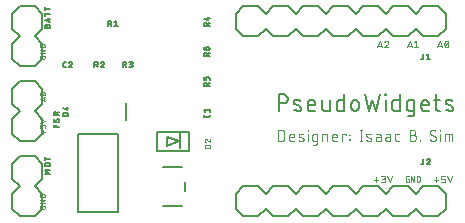
<source format=gbr>
G04 EAGLE Gerber RS-274X export*
G75*
%MOMM*%
%FSLAX34Y34*%
%LPD*%
%INSilkscreen Top*%
%IPPOS*%
%AMOC8*
5,1,8,0,0,1.08239X$1,22.5*%
G01*
%ADD10C,0.050800*%
%ADD11C,0.076200*%
%ADD12C,0.127000*%
%ADD13C,0.152400*%
%ADD14R,0.200000X1.400000*%
%ADD15C,0.203200*%


D10*
X41656Y173431D02*
X41656Y174193D01*
X44196Y174193D01*
X44196Y172669D01*
X44194Y172608D01*
X44189Y172547D01*
X44179Y172486D01*
X44166Y172426D01*
X44150Y172367D01*
X44130Y172309D01*
X44106Y172252D01*
X44080Y172197D01*
X44049Y172143D01*
X44016Y172092D01*
X43980Y172042D01*
X43940Y171995D01*
X43898Y171951D01*
X43854Y171909D01*
X43807Y171869D01*
X43757Y171833D01*
X43706Y171800D01*
X43652Y171769D01*
X43597Y171743D01*
X43540Y171719D01*
X43482Y171699D01*
X43423Y171683D01*
X43363Y171670D01*
X43302Y171660D01*
X43241Y171655D01*
X43180Y171653D01*
X40640Y171653D01*
X40579Y171655D01*
X40518Y171660D01*
X40457Y171670D01*
X40397Y171683D01*
X40338Y171699D01*
X40280Y171719D01*
X40223Y171743D01*
X40168Y171769D01*
X40114Y171800D01*
X40063Y171833D01*
X40013Y171869D01*
X39966Y171909D01*
X39922Y171951D01*
X39880Y171995D01*
X39840Y172042D01*
X39804Y172092D01*
X39771Y172143D01*
X39740Y172197D01*
X39714Y172252D01*
X39690Y172309D01*
X39670Y172367D01*
X39654Y172426D01*
X39641Y172486D01*
X39631Y172547D01*
X39626Y172608D01*
X39624Y172669D01*
X39624Y174193D01*
X39624Y176530D02*
X44196Y176530D01*
X44196Y179070D02*
X39624Y176530D01*
X39624Y179070D02*
X44196Y179070D01*
X44196Y181407D02*
X39624Y181407D01*
X39624Y182677D01*
X39626Y182746D01*
X39631Y182814D01*
X39641Y182882D01*
X39654Y182950D01*
X39670Y183017D01*
X39690Y183083D01*
X39714Y183147D01*
X39741Y183210D01*
X39772Y183272D01*
X39806Y183332D01*
X39843Y183390D01*
X39883Y183446D01*
X39926Y183499D01*
X39972Y183550D01*
X40021Y183599D01*
X40072Y183645D01*
X40125Y183688D01*
X40181Y183728D01*
X40239Y183765D01*
X40299Y183799D01*
X40361Y183830D01*
X40424Y183857D01*
X40488Y183881D01*
X40554Y183901D01*
X40621Y183917D01*
X40689Y183930D01*
X40757Y183940D01*
X40825Y183945D01*
X40894Y183947D01*
X42926Y183947D01*
X42995Y183945D01*
X43063Y183940D01*
X43131Y183930D01*
X43199Y183917D01*
X43266Y183901D01*
X43332Y183881D01*
X43396Y183857D01*
X43459Y183830D01*
X43521Y183799D01*
X43581Y183765D01*
X43639Y183728D01*
X43695Y183688D01*
X43748Y183645D01*
X43799Y183599D01*
X43848Y183550D01*
X43894Y183499D01*
X43937Y183446D01*
X43977Y183390D01*
X44014Y183332D01*
X44048Y183272D01*
X44079Y183210D01*
X44106Y183147D01*
X44130Y183083D01*
X44150Y183017D01*
X44166Y182950D01*
X44179Y182882D01*
X44189Y182814D01*
X44194Y182746D01*
X44196Y182677D01*
X44196Y181407D01*
X351231Y70104D02*
X351993Y70104D01*
X351993Y67564D01*
X350469Y67564D01*
X350408Y67566D01*
X350347Y67571D01*
X350286Y67581D01*
X350226Y67594D01*
X350167Y67610D01*
X350109Y67630D01*
X350052Y67654D01*
X349997Y67680D01*
X349943Y67711D01*
X349892Y67744D01*
X349842Y67780D01*
X349795Y67820D01*
X349751Y67862D01*
X349709Y67906D01*
X349669Y67953D01*
X349633Y68003D01*
X349600Y68054D01*
X349569Y68108D01*
X349543Y68163D01*
X349519Y68220D01*
X349499Y68278D01*
X349483Y68337D01*
X349470Y68397D01*
X349460Y68458D01*
X349455Y68519D01*
X349453Y68580D01*
X349453Y71120D01*
X349455Y71181D01*
X349460Y71242D01*
X349470Y71303D01*
X349483Y71363D01*
X349499Y71422D01*
X349519Y71480D01*
X349543Y71537D01*
X349569Y71592D01*
X349600Y71646D01*
X349633Y71697D01*
X349669Y71747D01*
X349709Y71794D01*
X349751Y71838D01*
X349795Y71880D01*
X349842Y71920D01*
X349892Y71956D01*
X349943Y71989D01*
X349997Y72020D01*
X350052Y72046D01*
X350109Y72070D01*
X350167Y72090D01*
X350226Y72106D01*
X350286Y72119D01*
X350347Y72129D01*
X350408Y72134D01*
X350469Y72136D01*
X351993Y72136D01*
X354330Y72136D02*
X354330Y67564D01*
X356870Y67564D02*
X354330Y72136D01*
X356870Y72136D02*
X356870Y67564D01*
X359207Y67564D02*
X359207Y72136D01*
X360477Y72136D01*
X360546Y72134D01*
X360614Y72129D01*
X360682Y72119D01*
X360750Y72106D01*
X360817Y72090D01*
X360883Y72070D01*
X360947Y72046D01*
X361010Y72019D01*
X361072Y71988D01*
X361132Y71954D01*
X361190Y71917D01*
X361246Y71877D01*
X361299Y71834D01*
X361350Y71788D01*
X361399Y71739D01*
X361445Y71688D01*
X361488Y71635D01*
X361528Y71579D01*
X361565Y71521D01*
X361599Y71461D01*
X361630Y71399D01*
X361657Y71336D01*
X361681Y71272D01*
X361701Y71206D01*
X361717Y71139D01*
X361730Y71071D01*
X361740Y71003D01*
X361745Y70935D01*
X361747Y70866D01*
X361747Y68834D01*
X361745Y68765D01*
X361740Y68697D01*
X361730Y68629D01*
X361717Y68561D01*
X361701Y68494D01*
X361681Y68428D01*
X361657Y68364D01*
X361630Y68301D01*
X361599Y68239D01*
X361565Y68179D01*
X361528Y68121D01*
X361488Y68065D01*
X361445Y68012D01*
X361399Y67961D01*
X361350Y67912D01*
X361299Y67866D01*
X361246Y67823D01*
X361190Y67783D01*
X361132Y67746D01*
X361072Y67712D01*
X361010Y67681D01*
X360947Y67654D01*
X360883Y67630D01*
X360817Y67610D01*
X360750Y67594D01*
X360682Y67581D01*
X360614Y67571D01*
X360546Y67566D01*
X360477Y67564D01*
X359207Y67564D01*
X376357Y181229D02*
X378305Y187071D01*
X380252Y181229D01*
X379765Y182690D02*
X376844Y182690D01*
X382397Y184150D02*
X382399Y184286D01*
X382405Y184423D01*
X382414Y184559D01*
X382428Y184695D01*
X382445Y184830D01*
X382466Y184965D01*
X382491Y185099D01*
X382520Y185232D01*
X382553Y185365D01*
X382589Y185497D01*
X382629Y185627D01*
X382673Y185756D01*
X382720Y185884D01*
X382771Y186011D01*
X382826Y186136D01*
X382884Y186259D01*
X382908Y186323D01*
X382935Y186385D01*
X382966Y186445D01*
X383000Y186504D01*
X383037Y186560D01*
X383078Y186614D01*
X383121Y186666D01*
X383167Y186716D01*
X383216Y186763D01*
X383268Y186806D01*
X383322Y186847D01*
X383378Y186885D01*
X383436Y186920D01*
X383496Y186951D01*
X383558Y186979D01*
X383621Y187003D01*
X383686Y187024D01*
X383751Y187041D01*
X383818Y187054D01*
X383885Y187063D01*
X383952Y187069D01*
X384020Y187071D01*
X384088Y187069D01*
X384155Y187063D01*
X384222Y187054D01*
X384289Y187041D01*
X384354Y187024D01*
X384419Y187003D01*
X384482Y186979D01*
X384544Y186951D01*
X384604Y186920D01*
X384662Y186885D01*
X384718Y186847D01*
X384772Y186806D01*
X384824Y186763D01*
X384873Y186716D01*
X384919Y186666D01*
X384962Y186614D01*
X385003Y186560D01*
X385040Y186504D01*
X385074Y186445D01*
X385105Y186385D01*
X385132Y186323D01*
X385156Y186260D01*
X385155Y186259D02*
X385213Y186136D01*
X385268Y186011D01*
X385319Y185884D01*
X385366Y185756D01*
X385410Y185627D01*
X385450Y185497D01*
X385486Y185365D01*
X385519Y185232D01*
X385548Y185099D01*
X385573Y184965D01*
X385594Y184830D01*
X385611Y184695D01*
X385625Y184559D01*
X385634Y184423D01*
X385640Y184286D01*
X385642Y184150D01*
X382397Y184150D02*
X382399Y184014D01*
X382405Y183877D01*
X382414Y183741D01*
X382428Y183605D01*
X382445Y183470D01*
X382466Y183335D01*
X382491Y183201D01*
X382520Y183067D01*
X382553Y182935D01*
X382589Y182803D01*
X382629Y182673D01*
X382673Y182543D01*
X382720Y182415D01*
X382771Y182289D01*
X382826Y182164D01*
X382884Y182040D01*
X382908Y181977D01*
X382935Y181915D01*
X382966Y181855D01*
X383000Y181796D01*
X383037Y181740D01*
X383078Y181685D01*
X383121Y181634D01*
X383167Y181584D01*
X383216Y181537D01*
X383268Y181494D01*
X383322Y181453D01*
X383378Y181415D01*
X383436Y181380D01*
X383496Y181349D01*
X383558Y181321D01*
X383621Y181297D01*
X383686Y181276D01*
X383751Y181259D01*
X383818Y181246D01*
X383885Y181237D01*
X383952Y181231D01*
X384020Y181229D01*
X385156Y182040D02*
X385214Y182164D01*
X385269Y182289D01*
X385320Y182415D01*
X385367Y182543D01*
X385411Y182673D01*
X385451Y182803D01*
X385487Y182935D01*
X385520Y183067D01*
X385549Y183201D01*
X385574Y183335D01*
X385595Y183470D01*
X385612Y183605D01*
X385626Y183741D01*
X385635Y183877D01*
X385641Y184014D01*
X385643Y184150D01*
X385156Y182040D02*
X385132Y181977D01*
X385105Y181915D01*
X385074Y181855D01*
X385040Y181796D01*
X385003Y181740D01*
X384962Y181685D01*
X384919Y181634D01*
X384873Y181584D01*
X384824Y181537D01*
X384772Y181494D01*
X384718Y181453D01*
X384662Y181415D01*
X384604Y181380D01*
X384544Y181349D01*
X384482Y181321D01*
X384419Y181297D01*
X384354Y181276D01*
X384289Y181259D01*
X384222Y181246D01*
X384155Y181237D01*
X384088Y181231D01*
X384020Y181229D01*
X382722Y182527D02*
X385318Y185773D01*
X44196Y136017D02*
X39624Y137541D01*
X44196Y139065D01*
X43053Y138684D02*
X43053Y136398D01*
X41910Y140843D02*
X41788Y140845D01*
X41666Y140851D01*
X41544Y140861D01*
X41423Y140875D01*
X41302Y140892D01*
X41182Y140914D01*
X41063Y140939D01*
X40944Y140969D01*
X40827Y141002D01*
X40710Y141039D01*
X40595Y141080D01*
X40482Y141124D01*
X40369Y141172D01*
X40259Y141224D01*
X40205Y141244D01*
X40151Y141268D01*
X40100Y141296D01*
X40050Y141326D01*
X40002Y141359D01*
X39957Y141396D01*
X39913Y141435D01*
X39873Y141476D01*
X39834Y141520D01*
X39799Y141567D01*
X39767Y141615D01*
X39737Y141665D01*
X39711Y141718D01*
X39688Y141771D01*
X39669Y141826D01*
X39653Y141882D01*
X39640Y141939D01*
X39631Y141997D01*
X39626Y142055D01*
X39624Y142113D01*
X39626Y142171D01*
X39631Y142229D01*
X39640Y142287D01*
X39653Y142344D01*
X39669Y142400D01*
X39688Y142455D01*
X39711Y142508D01*
X39737Y142561D01*
X39767Y142611D01*
X39799Y142659D01*
X39834Y142706D01*
X39873Y142750D01*
X39913Y142791D01*
X39957Y142830D01*
X40002Y142867D01*
X40050Y142900D01*
X40100Y142930D01*
X40151Y142958D01*
X40205Y142982D01*
X40259Y143002D01*
X40369Y143054D01*
X40482Y143102D01*
X40595Y143146D01*
X40710Y143187D01*
X40827Y143224D01*
X40944Y143257D01*
X41063Y143287D01*
X41182Y143312D01*
X41302Y143334D01*
X41423Y143351D01*
X41544Y143365D01*
X41666Y143375D01*
X41788Y143381D01*
X41910Y143383D01*
X41910Y140843D02*
X42032Y140845D01*
X42154Y140851D01*
X42276Y140861D01*
X42397Y140875D01*
X42518Y140892D01*
X42638Y140914D01*
X42757Y140939D01*
X42876Y140969D01*
X42993Y141002D01*
X43110Y141039D01*
X43225Y141080D01*
X43338Y141124D01*
X43451Y141172D01*
X43561Y141224D01*
X43615Y141244D01*
X43669Y141268D01*
X43720Y141296D01*
X43770Y141326D01*
X43818Y141359D01*
X43863Y141396D01*
X43907Y141435D01*
X43947Y141476D01*
X43986Y141520D01*
X44021Y141567D01*
X44053Y141615D01*
X44083Y141665D01*
X44109Y141718D01*
X44132Y141771D01*
X44151Y141826D01*
X44167Y141882D01*
X44180Y141939D01*
X44189Y141997D01*
X44194Y142055D01*
X44196Y142113D01*
X43561Y143002D02*
X43451Y143054D01*
X43338Y143102D01*
X43225Y143146D01*
X43110Y143187D01*
X42993Y143224D01*
X42876Y143257D01*
X42757Y143287D01*
X42638Y143312D01*
X42518Y143334D01*
X42397Y143351D01*
X42276Y143365D01*
X42154Y143375D01*
X42032Y143381D01*
X41910Y143383D01*
X43561Y143002D02*
X43615Y142982D01*
X43669Y142958D01*
X43720Y142930D01*
X43770Y142900D01*
X43818Y142867D01*
X43863Y142830D01*
X43907Y142791D01*
X43947Y142750D01*
X43986Y142706D01*
X44021Y142659D01*
X44053Y142611D01*
X44083Y142561D01*
X44109Y142508D01*
X44132Y142455D01*
X44151Y142400D01*
X44167Y142344D01*
X44180Y142287D01*
X44189Y142229D01*
X44194Y142171D01*
X44196Y142113D01*
X43180Y141097D02*
X40640Y143129D01*
X350957Y181229D02*
X352905Y187071D01*
X354852Y181229D01*
X354365Y182690D02*
X351444Y182690D01*
X356997Y185773D02*
X358620Y187071D01*
X358620Y181229D01*
X356997Y181229D02*
X360243Y181229D01*
X327505Y187071D02*
X325557Y181229D01*
X329452Y181229D02*
X327505Y187071D01*
X328965Y182690D02*
X326044Y182690D01*
X333382Y187072D02*
X333456Y187070D01*
X333530Y187065D01*
X333603Y187055D01*
X333676Y187042D01*
X333748Y187025D01*
X333819Y187005D01*
X333889Y186981D01*
X333958Y186954D01*
X334025Y186923D01*
X334091Y186888D01*
X334155Y186851D01*
X334217Y186810D01*
X334276Y186766D01*
X334334Y186720D01*
X334389Y186670D01*
X334441Y186618D01*
X334491Y186563D01*
X334537Y186505D01*
X334581Y186446D01*
X334622Y186384D01*
X334659Y186320D01*
X334694Y186254D01*
X334725Y186187D01*
X334752Y186118D01*
X334776Y186048D01*
X334796Y185977D01*
X334813Y185905D01*
X334826Y185832D01*
X334836Y185759D01*
X334841Y185685D01*
X334843Y185611D01*
X333382Y187071D02*
X333298Y187069D01*
X333214Y187063D01*
X333130Y187054D01*
X333047Y187041D01*
X332964Y187024D01*
X332883Y187003D01*
X332802Y186979D01*
X332722Y186951D01*
X332644Y186920D01*
X332567Y186885D01*
X332492Y186847D01*
X332419Y186805D01*
X332348Y186760D01*
X332279Y186712D01*
X332212Y186661D01*
X332147Y186607D01*
X332085Y186550D01*
X332025Y186491D01*
X331968Y186428D01*
X331914Y186364D01*
X331863Y186297D01*
X331816Y186227D01*
X331771Y186156D01*
X331729Y186083D01*
X331691Y186007D01*
X331656Y185931D01*
X331625Y185853D01*
X331597Y185773D01*
X334356Y184475D02*
X334409Y184528D01*
X334459Y184583D01*
X334507Y184641D01*
X334552Y184700D01*
X334594Y184762D01*
X334633Y184826D01*
X334668Y184892D01*
X334701Y184959D01*
X334730Y185027D01*
X334757Y185098D01*
X334779Y185169D01*
X334799Y185241D01*
X334815Y185314D01*
X334827Y185388D01*
X334836Y185462D01*
X334841Y185536D01*
X334843Y185611D01*
X334356Y184475D02*
X331597Y181229D01*
X334843Y181229D01*
X42418Y111100D02*
X42418Y108052D01*
X43942Y109576D02*
X40894Y109576D01*
X44196Y113182D02*
X44196Y114452D01*
X44194Y114522D01*
X44188Y114592D01*
X44179Y114661D01*
X44165Y114730D01*
X44148Y114798D01*
X44127Y114864D01*
X44103Y114930D01*
X44075Y114994D01*
X44043Y115056D01*
X44008Y115117D01*
X43970Y115176D01*
X43928Y115232D01*
X43884Y115286D01*
X43836Y115338D01*
X43786Y115386D01*
X43733Y115432D01*
X43678Y115475D01*
X43621Y115515D01*
X43561Y115552D01*
X43499Y115585D01*
X43436Y115615D01*
X43371Y115641D01*
X43305Y115664D01*
X43238Y115683D01*
X43169Y115698D01*
X43100Y115710D01*
X43031Y115718D01*
X42961Y115722D01*
X42891Y115722D01*
X42821Y115718D01*
X42752Y115710D01*
X42683Y115698D01*
X42614Y115683D01*
X42547Y115664D01*
X42481Y115641D01*
X42416Y115615D01*
X42353Y115585D01*
X42291Y115552D01*
X42231Y115515D01*
X42174Y115475D01*
X42119Y115432D01*
X42066Y115386D01*
X42016Y115338D01*
X41968Y115286D01*
X41924Y115232D01*
X41882Y115176D01*
X41844Y115117D01*
X41809Y115056D01*
X41777Y114994D01*
X41749Y114930D01*
X41725Y114864D01*
X41704Y114798D01*
X41687Y114730D01*
X41673Y114661D01*
X41664Y114592D01*
X41658Y114522D01*
X41656Y114452D01*
X39624Y114706D02*
X39624Y113182D01*
X39624Y114706D02*
X39626Y114769D01*
X39632Y114831D01*
X39641Y114893D01*
X39655Y114954D01*
X39672Y115014D01*
X39693Y115073D01*
X39717Y115131D01*
X39745Y115187D01*
X39776Y115241D01*
X39811Y115293D01*
X39848Y115343D01*
X39889Y115390D01*
X39933Y115435D01*
X39979Y115478D01*
X40028Y115517D01*
X40079Y115553D01*
X40132Y115586D01*
X40187Y115615D01*
X40244Y115642D01*
X40302Y115664D01*
X40362Y115683D01*
X40423Y115698D01*
X40484Y115710D01*
X40546Y115718D01*
X40609Y115722D01*
X40671Y115722D01*
X40734Y115718D01*
X40796Y115710D01*
X40857Y115698D01*
X40918Y115683D01*
X40978Y115664D01*
X41036Y115642D01*
X41093Y115615D01*
X41148Y115586D01*
X41201Y115553D01*
X41252Y115517D01*
X41301Y115478D01*
X41347Y115435D01*
X41391Y115390D01*
X41432Y115343D01*
X41469Y115293D01*
X41504Y115241D01*
X41535Y115187D01*
X41563Y115131D01*
X41587Y115073D01*
X41608Y115014D01*
X41625Y114954D01*
X41639Y114893D01*
X41648Y114831D01*
X41654Y114769D01*
X41656Y114706D01*
X41656Y113690D01*
X39624Y117500D02*
X44196Y119024D01*
X39624Y120548D01*
X322347Y69201D02*
X326242Y69201D01*
X324295Y67254D02*
X324295Y71148D01*
X328768Y66929D02*
X330390Y66929D01*
X330470Y66931D01*
X330549Y66937D01*
X330628Y66947D01*
X330707Y66960D01*
X330784Y66978D01*
X330861Y66999D01*
X330937Y67024D01*
X331011Y67053D01*
X331084Y67085D01*
X331155Y67121D01*
X331224Y67160D01*
X331292Y67203D01*
X331357Y67248D01*
X331420Y67297D01*
X331480Y67349D01*
X331538Y67404D01*
X331593Y67462D01*
X331645Y67522D01*
X331694Y67585D01*
X331739Y67650D01*
X331782Y67718D01*
X331821Y67787D01*
X331857Y67858D01*
X331889Y67931D01*
X331918Y68005D01*
X331943Y68081D01*
X331964Y68158D01*
X331982Y68235D01*
X331995Y68314D01*
X332005Y68393D01*
X332011Y68472D01*
X332013Y68552D01*
X332011Y68632D01*
X332005Y68711D01*
X331995Y68790D01*
X331982Y68869D01*
X331964Y68946D01*
X331943Y69023D01*
X331918Y69099D01*
X331889Y69173D01*
X331857Y69246D01*
X331821Y69317D01*
X331782Y69386D01*
X331739Y69454D01*
X331694Y69519D01*
X331645Y69582D01*
X331593Y69642D01*
X331538Y69700D01*
X331480Y69755D01*
X331420Y69807D01*
X331357Y69856D01*
X331292Y69901D01*
X331224Y69944D01*
X331155Y69983D01*
X331084Y70019D01*
X331011Y70051D01*
X330937Y70080D01*
X330861Y70105D01*
X330784Y70126D01*
X330707Y70144D01*
X330628Y70157D01*
X330549Y70167D01*
X330470Y70173D01*
X330390Y70175D01*
X330715Y72771D02*
X328768Y72771D01*
X330715Y72771D02*
X330785Y72769D01*
X330855Y72763D01*
X330925Y72754D01*
X330994Y72741D01*
X331062Y72724D01*
X331129Y72703D01*
X331195Y72679D01*
X331260Y72651D01*
X331323Y72620D01*
X331384Y72585D01*
X331443Y72547D01*
X331501Y72506D01*
X331555Y72462D01*
X331608Y72415D01*
X331657Y72366D01*
X331704Y72313D01*
X331748Y72259D01*
X331789Y72201D01*
X331827Y72142D01*
X331862Y72081D01*
X331893Y72018D01*
X331921Y71953D01*
X331945Y71887D01*
X331966Y71820D01*
X331983Y71752D01*
X331996Y71683D01*
X332005Y71613D01*
X332011Y71543D01*
X332013Y71473D01*
X332011Y71403D01*
X332005Y71333D01*
X331996Y71263D01*
X331983Y71194D01*
X331966Y71126D01*
X331945Y71059D01*
X331921Y70993D01*
X331893Y70928D01*
X331862Y70865D01*
X331827Y70804D01*
X331789Y70745D01*
X331748Y70687D01*
X331704Y70633D01*
X331657Y70580D01*
X331608Y70531D01*
X331555Y70484D01*
X331501Y70440D01*
X331443Y70399D01*
X331384Y70361D01*
X331323Y70326D01*
X331260Y70295D01*
X331195Y70267D01*
X331129Y70243D01*
X331062Y70222D01*
X330994Y70205D01*
X330925Y70192D01*
X330855Y70183D01*
X330785Y70177D01*
X330715Y70175D01*
X329417Y70175D01*
X334158Y72771D02*
X336105Y66929D01*
X338053Y72771D01*
X373147Y69201D02*
X377042Y69201D01*
X375095Y67254D02*
X375095Y71148D01*
X379568Y66929D02*
X381515Y66929D01*
X381585Y66931D01*
X381655Y66937D01*
X381725Y66946D01*
X381794Y66959D01*
X381862Y66976D01*
X381929Y66997D01*
X381995Y67021D01*
X382060Y67049D01*
X382123Y67080D01*
X382184Y67115D01*
X382243Y67153D01*
X382301Y67194D01*
X382355Y67238D01*
X382408Y67285D01*
X382457Y67334D01*
X382504Y67387D01*
X382548Y67441D01*
X382589Y67499D01*
X382627Y67558D01*
X382662Y67619D01*
X382693Y67682D01*
X382721Y67747D01*
X382745Y67813D01*
X382766Y67880D01*
X382783Y67948D01*
X382796Y68017D01*
X382805Y68087D01*
X382811Y68157D01*
X382813Y68227D01*
X382813Y68876D01*
X382811Y68946D01*
X382805Y69016D01*
X382796Y69086D01*
X382783Y69155D01*
X382766Y69223D01*
X382745Y69290D01*
X382721Y69356D01*
X382693Y69421D01*
X382662Y69484D01*
X382627Y69545D01*
X382589Y69604D01*
X382548Y69662D01*
X382504Y69716D01*
X382457Y69769D01*
X382408Y69818D01*
X382355Y69865D01*
X382301Y69909D01*
X382243Y69950D01*
X382184Y69988D01*
X382123Y70023D01*
X382060Y70054D01*
X381995Y70082D01*
X381929Y70106D01*
X381862Y70127D01*
X381794Y70144D01*
X381725Y70157D01*
X381655Y70166D01*
X381585Y70172D01*
X381515Y70174D01*
X381515Y70175D02*
X379568Y70175D01*
X379568Y72771D01*
X382813Y72771D01*
X384958Y72771D02*
X386905Y66929D01*
X388853Y72771D01*
X41656Y47193D02*
X41656Y46431D01*
X41656Y47193D02*
X44196Y47193D01*
X44196Y45669D01*
X44194Y45608D01*
X44189Y45547D01*
X44179Y45486D01*
X44166Y45426D01*
X44150Y45367D01*
X44130Y45309D01*
X44106Y45252D01*
X44080Y45197D01*
X44049Y45143D01*
X44016Y45092D01*
X43980Y45042D01*
X43940Y44995D01*
X43898Y44951D01*
X43854Y44909D01*
X43807Y44869D01*
X43757Y44833D01*
X43706Y44800D01*
X43652Y44769D01*
X43597Y44743D01*
X43540Y44719D01*
X43482Y44699D01*
X43423Y44683D01*
X43363Y44670D01*
X43302Y44660D01*
X43241Y44655D01*
X43180Y44653D01*
X40640Y44653D01*
X40579Y44655D01*
X40518Y44660D01*
X40457Y44670D01*
X40397Y44683D01*
X40338Y44699D01*
X40280Y44719D01*
X40223Y44743D01*
X40168Y44769D01*
X40114Y44800D01*
X40063Y44833D01*
X40013Y44869D01*
X39966Y44909D01*
X39922Y44951D01*
X39880Y44995D01*
X39840Y45042D01*
X39804Y45092D01*
X39771Y45143D01*
X39740Y45197D01*
X39714Y45252D01*
X39690Y45309D01*
X39670Y45367D01*
X39654Y45426D01*
X39641Y45486D01*
X39631Y45547D01*
X39626Y45608D01*
X39624Y45669D01*
X39624Y47193D01*
X39624Y49530D02*
X44196Y49530D01*
X44196Y52070D02*
X39624Y49530D01*
X39624Y52070D02*
X44196Y52070D01*
X44196Y54407D02*
X39624Y54407D01*
X39624Y55677D01*
X39626Y55746D01*
X39631Y55814D01*
X39641Y55882D01*
X39654Y55950D01*
X39670Y56017D01*
X39690Y56083D01*
X39714Y56147D01*
X39741Y56210D01*
X39772Y56272D01*
X39806Y56332D01*
X39843Y56390D01*
X39883Y56446D01*
X39926Y56499D01*
X39972Y56550D01*
X40021Y56599D01*
X40072Y56645D01*
X40125Y56688D01*
X40181Y56728D01*
X40239Y56765D01*
X40299Y56799D01*
X40361Y56830D01*
X40424Y56857D01*
X40488Y56881D01*
X40554Y56901D01*
X40621Y56917D01*
X40689Y56930D01*
X40757Y56940D01*
X40825Y56945D01*
X40894Y56947D01*
X42926Y56947D01*
X42995Y56945D01*
X43063Y56940D01*
X43131Y56930D01*
X43199Y56917D01*
X43266Y56901D01*
X43332Y56881D01*
X43396Y56857D01*
X43459Y56830D01*
X43521Y56799D01*
X43581Y56765D01*
X43639Y56728D01*
X43695Y56688D01*
X43748Y56645D01*
X43799Y56599D01*
X43848Y56550D01*
X43894Y56499D01*
X43937Y56446D01*
X43977Y56390D01*
X44014Y56332D01*
X44048Y56272D01*
X44079Y56210D01*
X44106Y56147D01*
X44130Y56083D01*
X44150Y56017D01*
X44166Y55950D01*
X44179Y55882D01*
X44189Y55814D01*
X44194Y55746D01*
X44196Y55677D01*
X44196Y54407D01*
D11*
X241681Y101981D02*
X241681Y111379D01*
X244292Y111379D01*
X244392Y111377D01*
X244492Y111371D01*
X244591Y111362D01*
X244691Y111348D01*
X244789Y111331D01*
X244887Y111310D01*
X244984Y111286D01*
X245080Y111257D01*
X245175Y111225D01*
X245268Y111190D01*
X245360Y111151D01*
X245451Y111108D01*
X245539Y111062D01*
X245626Y111012D01*
X245711Y110960D01*
X245794Y110904D01*
X245875Y110845D01*
X245953Y110782D01*
X246029Y110717D01*
X246103Y110649D01*
X246173Y110579D01*
X246241Y110505D01*
X246306Y110429D01*
X246369Y110351D01*
X246428Y110270D01*
X246484Y110187D01*
X246536Y110102D01*
X246586Y110015D01*
X246632Y109927D01*
X246675Y109836D01*
X246714Y109744D01*
X246749Y109651D01*
X246781Y109556D01*
X246810Y109460D01*
X246834Y109363D01*
X246855Y109265D01*
X246872Y109167D01*
X246886Y109067D01*
X246895Y108968D01*
X246901Y108868D01*
X246903Y108768D01*
X246902Y108768D02*
X246902Y104592D01*
X246903Y104592D02*
X246901Y104492D01*
X246895Y104392D01*
X246886Y104293D01*
X246872Y104193D01*
X246855Y104095D01*
X246834Y103997D01*
X246810Y103900D01*
X246781Y103804D01*
X246749Y103709D01*
X246714Y103616D01*
X246675Y103524D01*
X246632Y103433D01*
X246586Y103345D01*
X246536Y103258D01*
X246484Y103173D01*
X246428Y103090D01*
X246369Y103009D01*
X246306Y102931D01*
X246241Y102855D01*
X246173Y102781D01*
X246103Y102711D01*
X246029Y102643D01*
X245953Y102578D01*
X245875Y102515D01*
X245794Y102456D01*
X245711Y102400D01*
X245626Y102348D01*
X245539Y102298D01*
X245451Y102252D01*
X245360Y102209D01*
X245268Y102170D01*
X245175Y102135D01*
X245080Y102103D01*
X244984Y102074D01*
X244887Y102050D01*
X244789Y102029D01*
X244691Y102012D01*
X244591Y101998D01*
X244492Y101989D01*
X244392Y101983D01*
X244292Y101981D01*
X241681Y101981D01*
X252609Y101981D02*
X255219Y101981D01*
X252609Y101981D02*
X252532Y101983D01*
X252456Y101989D01*
X252379Y101998D01*
X252303Y102011D01*
X252228Y102028D01*
X252154Y102048D01*
X252081Y102073D01*
X252010Y102100D01*
X251939Y102131D01*
X251871Y102166D01*
X251804Y102204D01*
X251739Y102245D01*
X251676Y102289D01*
X251616Y102336D01*
X251557Y102387D01*
X251502Y102440D01*
X251449Y102495D01*
X251398Y102554D01*
X251351Y102614D01*
X251307Y102677D01*
X251266Y102742D01*
X251228Y102809D01*
X251193Y102877D01*
X251162Y102948D01*
X251135Y103019D01*
X251110Y103092D01*
X251090Y103166D01*
X251073Y103241D01*
X251060Y103317D01*
X251051Y103394D01*
X251045Y103470D01*
X251043Y103547D01*
X251042Y103547D02*
X251042Y106158D01*
X251043Y106158D02*
X251045Y106248D01*
X251051Y106337D01*
X251060Y106427D01*
X251074Y106516D01*
X251091Y106604D01*
X251112Y106691D01*
X251137Y106778D01*
X251166Y106863D01*
X251198Y106947D01*
X251233Y107029D01*
X251273Y107110D01*
X251315Y107189D01*
X251361Y107266D01*
X251411Y107341D01*
X251463Y107414D01*
X251519Y107485D01*
X251577Y107553D01*
X251639Y107618D01*
X251703Y107681D01*
X251770Y107741D01*
X251839Y107798D01*
X251911Y107852D01*
X251985Y107903D01*
X252061Y107951D01*
X252139Y107995D01*
X252219Y108036D01*
X252301Y108074D01*
X252384Y108108D01*
X252469Y108138D01*
X252555Y108165D01*
X252641Y108188D01*
X252729Y108207D01*
X252818Y108222D01*
X252907Y108234D01*
X252996Y108242D01*
X253086Y108246D01*
X253176Y108246D01*
X253266Y108242D01*
X253355Y108234D01*
X253444Y108222D01*
X253533Y108207D01*
X253621Y108188D01*
X253707Y108165D01*
X253793Y108138D01*
X253878Y108108D01*
X253961Y108074D01*
X254043Y108036D01*
X254123Y107995D01*
X254201Y107951D01*
X254277Y107903D01*
X254351Y107852D01*
X254423Y107798D01*
X254492Y107741D01*
X254559Y107681D01*
X254623Y107618D01*
X254685Y107553D01*
X254743Y107485D01*
X254799Y107414D01*
X254851Y107341D01*
X254901Y107266D01*
X254947Y107189D01*
X254989Y107110D01*
X255029Y107029D01*
X255064Y106947D01*
X255096Y106863D01*
X255125Y106778D01*
X255150Y106691D01*
X255171Y106604D01*
X255188Y106516D01*
X255202Y106427D01*
X255211Y106337D01*
X255217Y106248D01*
X255219Y106158D01*
X255219Y105114D01*
X251042Y105114D01*
X259750Y105636D02*
X262361Y104592D01*
X259750Y105636D02*
X259684Y105664D01*
X259619Y105697D01*
X259556Y105732D01*
X259495Y105771D01*
X259436Y105813D01*
X259380Y105858D01*
X259326Y105906D01*
X259275Y105957D01*
X259226Y106010D01*
X259181Y106067D01*
X259138Y106125D01*
X259099Y106185D01*
X259062Y106248D01*
X259030Y106313D01*
X259001Y106379D01*
X258975Y106446D01*
X258953Y106515D01*
X258935Y106585D01*
X258920Y106656D01*
X258909Y106727D01*
X258902Y106799D01*
X258899Y106871D01*
X258900Y106943D01*
X258905Y107016D01*
X258913Y107087D01*
X258925Y107159D01*
X258941Y107229D01*
X258961Y107298D01*
X258985Y107367D01*
X259012Y107434D01*
X259042Y107499D01*
X259076Y107563D01*
X259114Y107625D01*
X259154Y107685D01*
X259198Y107742D01*
X259245Y107797D01*
X259295Y107850D01*
X259347Y107899D01*
X259402Y107946D01*
X259459Y107990D01*
X259519Y108031D01*
X259581Y108068D01*
X259645Y108103D01*
X259710Y108133D01*
X259777Y108161D01*
X259845Y108184D01*
X259915Y108204D01*
X259985Y108220D01*
X260056Y108233D01*
X260128Y108241D01*
X260200Y108246D01*
X260272Y108247D01*
X260273Y108246D02*
X260424Y108242D01*
X260575Y108234D01*
X260726Y108223D01*
X260877Y108207D01*
X261027Y108187D01*
X261177Y108164D01*
X261326Y108137D01*
X261474Y108106D01*
X261622Y108071D01*
X261768Y108033D01*
X261914Y107990D01*
X262058Y107944D01*
X262201Y107895D01*
X262343Y107842D01*
X262483Y107785D01*
X262622Y107724D01*
X262361Y104592D02*
X262427Y104564D01*
X262492Y104531D01*
X262555Y104496D01*
X262616Y104457D01*
X262675Y104415D01*
X262731Y104370D01*
X262785Y104322D01*
X262836Y104271D01*
X262885Y104218D01*
X262930Y104161D01*
X262973Y104103D01*
X263012Y104043D01*
X263049Y103980D01*
X263081Y103915D01*
X263110Y103849D01*
X263136Y103782D01*
X263158Y103713D01*
X263176Y103643D01*
X263191Y103572D01*
X263202Y103501D01*
X263209Y103429D01*
X263212Y103357D01*
X263211Y103285D01*
X263206Y103212D01*
X263198Y103141D01*
X263186Y103069D01*
X263170Y102999D01*
X263150Y102930D01*
X263126Y102861D01*
X263099Y102794D01*
X263069Y102729D01*
X263035Y102665D01*
X262997Y102603D01*
X262957Y102543D01*
X262913Y102486D01*
X262866Y102431D01*
X262816Y102378D01*
X262764Y102329D01*
X262709Y102282D01*
X262652Y102238D01*
X262592Y102197D01*
X262530Y102160D01*
X262466Y102125D01*
X262401Y102095D01*
X262334Y102067D01*
X262266Y102044D01*
X262196Y102024D01*
X262126Y102008D01*
X262055Y101995D01*
X261983Y101987D01*
X261911Y101982D01*
X261839Y101981D01*
X261629Y101986D01*
X261420Y101997D01*
X261211Y102012D01*
X261003Y102032D01*
X260795Y102058D01*
X260588Y102088D01*
X260381Y102123D01*
X260176Y102163D01*
X259971Y102207D01*
X259768Y102257D01*
X259565Y102311D01*
X259364Y102371D01*
X259165Y102434D01*
X258967Y102503D01*
X266847Y101981D02*
X266847Y108246D01*
X266586Y110857D02*
X266586Y111379D01*
X267108Y111379D01*
X267108Y110857D01*
X266586Y110857D01*
X272070Y101981D02*
X274681Y101981D01*
X272070Y101981D02*
X271993Y101983D01*
X271917Y101989D01*
X271840Y101998D01*
X271764Y102011D01*
X271689Y102028D01*
X271615Y102048D01*
X271542Y102073D01*
X271471Y102100D01*
X271400Y102131D01*
X271332Y102166D01*
X271265Y102204D01*
X271200Y102245D01*
X271137Y102289D01*
X271077Y102336D01*
X271018Y102387D01*
X270963Y102440D01*
X270910Y102495D01*
X270859Y102554D01*
X270812Y102614D01*
X270768Y102677D01*
X270727Y102742D01*
X270689Y102809D01*
X270654Y102877D01*
X270623Y102948D01*
X270596Y103019D01*
X270571Y103092D01*
X270551Y103166D01*
X270534Y103241D01*
X270521Y103317D01*
X270512Y103394D01*
X270506Y103470D01*
X270504Y103547D01*
X270504Y106680D01*
X270506Y106757D01*
X270512Y106833D01*
X270521Y106910D01*
X270534Y106986D01*
X270551Y107061D01*
X270571Y107135D01*
X270596Y107208D01*
X270623Y107279D01*
X270654Y107350D01*
X270689Y107418D01*
X270727Y107485D01*
X270768Y107550D01*
X270812Y107613D01*
X270859Y107673D01*
X270910Y107732D01*
X270963Y107787D01*
X271018Y107840D01*
X271077Y107891D01*
X271137Y107938D01*
X271200Y107982D01*
X271265Y108023D01*
X271332Y108061D01*
X271400Y108096D01*
X271471Y108127D01*
X271542Y108154D01*
X271615Y108179D01*
X271689Y108199D01*
X271764Y108216D01*
X271840Y108229D01*
X271917Y108238D01*
X271993Y108244D01*
X272070Y108246D01*
X274681Y108246D01*
X274681Y100415D01*
X274680Y100415D02*
X274678Y100338D01*
X274672Y100262D01*
X274663Y100185D01*
X274650Y100109D01*
X274633Y100034D01*
X274613Y99960D01*
X274588Y99887D01*
X274561Y99816D01*
X274530Y99745D01*
X274495Y99677D01*
X274457Y99610D01*
X274416Y99545D01*
X274372Y99482D01*
X274325Y99422D01*
X274274Y99363D01*
X274221Y99308D01*
X274166Y99255D01*
X274107Y99204D01*
X274047Y99157D01*
X273984Y99113D01*
X273919Y99072D01*
X273852Y99034D01*
X273784Y98999D01*
X273713Y98968D01*
X273642Y98941D01*
X273569Y98916D01*
X273495Y98896D01*
X273420Y98879D01*
X273344Y98866D01*
X273268Y98857D01*
X273191Y98851D01*
X273114Y98849D01*
X273114Y98848D02*
X271026Y98848D01*
X279084Y101981D02*
X279084Y108246D01*
X281694Y108246D01*
X281771Y108244D01*
X281847Y108238D01*
X281924Y108229D01*
X282000Y108216D01*
X282075Y108199D01*
X282149Y108179D01*
X282222Y108154D01*
X282293Y108127D01*
X282364Y108096D01*
X282432Y108061D01*
X282499Y108023D01*
X282564Y107982D01*
X282627Y107938D01*
X282687Y107891D01*
X282746Y107840D01*
X282801Y107787D01*
X282854Y107732D01*
X282905Y107673D01*
X282952Y107613D01*
X282996Y107550D01*
X283037Y107485D01*
X283075Y107418D01*
X283110Y107350D01*
X283141Y107279D01*
X283168Y107208D01*
X283193Y107135D01*
X283213Y107061D01*
X283230Y106986D01*
X283243Y106910D01*
X283252Y106834D01*
X283258Y106757D01*
X283260Y106680D01*
X283261Y106680D02*
X283261Y101981D01*
X288880Y101981D02*
X291490Y101981D01*
X288880Y101981D02*
X288803Y101983D01*
X288727Y101989D01*
X288650Y101998D01*
X288574Y102011D01*
X288499Y102028D01*
X288425Y102048D01*
X288352Y102073D01*
X288281Y102100D01*
X288210Y102131D01*
X288142Y102166D01*
X288075Y102204D01*
X288010Y102245D01*
X287947Y102289D01*
X287887Y102336D01*
X287828Y102387D01*
X287773Y102440D01*
X287720Y102495D01*
X287669Y102554D01*
X287622Y102614D01*
X287578Y102677D01*
X287537Y102742D01*
X287499Y102809D01*
X287464Y102877D01*
X287433Y102948D01*
X287406Y103019D01*
X287381Y103092D01*
X287361Y103166D01*
X287344Y103241D01*
X287331Y103317D01*
X287322Y103394D01*
X287316Y103470D01*
X287314Y103547D01*
X287313Y103547D02*
X287313Y106158D01*
X287314Y106158D02*
X287316Y106248D01*
X287322Y106337D01*
X287331Y106427D01*
X287345Y106516D01*
X287362Y106604D01*
X287383Y106691D01*
X287408Y106778D01*
X287437Y106863D01*
X287469Y106947D01*
X287504Y107029D01*
X287544Y107110D01*
X287586Y107189D01*
X287632Y107266D01*
X287682Y107341D01*
X287734Y107414D01*
X287790Y107485D01*
X287848Y107553D01*
X287910Y107618D01*
X287974Y107681D01*
X288041Y107741D01*
X288110Y107798D01*
X288182Y107852D01*
X288256Y107903D01*
X288332Y107951D01*
X288410Y107995D01*
X288490Y108036D01*
X288572Y108074D01*
X288655Y108108D01*
X288740Y108138D01*
X288826Y108165D01*
X288912Y108188D01*
X289000Y108207D01*
X289089Y108222D01*
X289178Y108234D01*
X289267Y108242D01*
X289357Y108246D01*
X289447Y108246D01*
X289537Y108242D01*
X289626Y108234D01*
X289715Y108222D01*
X289804Y108207D01*
X289892Y108188D01*
X289978Y108165D01*
X290064Y108138D01*
X290149Y108108D01*
X290232Y108074D01*
X290314Y108036D01*
X290394Y107995D01*
X290472Y107951D01*
X290548Y107903D01*
X290622Y107852D01*
X290694Y107798D01*
X290763Y107741D01*
X290830Y107681D01*
X290894Y107618D01*
X290956Y107553D01*
X291014Y107485D01*
X291070Y107414D01*
X291122Y107341D01*
X291172Y107266D01*
X291218Y107189D01*
X291260Y107110D01*
X291300Y107029D01*
X291335Y106947D01*
X291367Y106863D01*
X291396Y106778D01*
X291421Y106691D01*
X291442Y106604D01*
X291459Y106516D01*
X291473Y106427D01*
X291482Y106337D01*
X291488Y106248D01*
X291490Y106158D01*
X291490Y105114D01*
X287313Y105114D01*
X295594Y101981D02*
X295594Y108246D01*
X298727Y108246D01*
X298727Y107202D01*
X301637Y103286D02*
X301637Y102764D01*
X301637Y103286D02*
X302160Y103286D01*
X302160Y102764D01*
X301637Y102764D01*
X301637Y106941D02*
X301637Y107463D01*
X302160Y107463D01*
X302160Y106941D01*
X301637Y106941D01*
X311652Y111379D02*
X311652Y101981D01*
X310608Y101981D02*
X312696Y101981D01*
X312696Y111379D02*
X310608Y111379D01*
X317052Y105636D02*
X319663Y104592D01*
X317052Y105636D02*
X316986Y105664D01*
X316921Y105697D01*
X316858Y105732D01*
X316797Y105771D01*
X316738Y105813D01*
X316682Y105858D01*
X316628Y105906D01*
X316577Y105957D01*
X316528Y106010D01*
X316483Y106067D01*
X316440Y106125D01*
X316401Y106185D01*
X316364Y106248D01*
X316332Y106313D01*
X316303Y106379D01*
X316277Y106446D01*
X316255Y106515D01*
X316237Y106585D01*
X316222Y106656D01*
X316211Y106727D01*
X316204Y106799D01*
X316201Y106871D01*
X316202Y106943D01*
X316207Y107016D01*
X316215Y107087D01*
X316227Y107159D01*
X316243Y107229D01*
X316263Y107298D01*
X316287Y107367D01*
X316314Y107434D01*
X316344Y107499D01*
X316378Y107563D01*
X316416Y107625D01*
X316456Y107685D01*
X316500Y107742D01*
X316547Y107797D01*
X316597Y107850D01*
X316649Y107899D01*
X316704Y107946D01*
X316761Y107990D01*
X316821Y108031D01*
X316883Y108068D01*
X316947Y108103D01*
X317012Y108133D01*
X317079Y108161D01*
X317147Y108184D01*
X317217Y108204D01*
X317287Y108220D01*
X317358Y108233D01*
X317430Y108241D01*
X317502Y108246D01*
X317574Y108247D01*
X317575Y108246D02*
X317726Y108242D01*
X317877Y108234D01*
X318028Y108223D01*
X318179Y108207D01*
X318329Y108187D01*
X318479Y108164D01*
X318628Y108137D01*
X318776Y108106D01*
X318924Y108071D01*
X319070Y108033D01*
X319216Y107990D01*
X319360Y107944D01*
X319503Y107895D01*
X319645Y107842D01*
X319785Y107785D01*
X319924Y107724D01*
X319663Y104592D02*
X319729Y104564D01*
X319794Y104531D01*
X319857Y104496D01*
X319918Y104457D01*
X319977Y104415D01*
X320033Y104370D01*
X320087Y104322D01*
X320138Y104271D01*
X320187Y104218D01*
X320232Y104161D01*
X320275Y104103D01*
X320314Y104043D01*
X320351Y103980D01*
X320383Y103915D01*
X320412Y103849D01*
X320438Y103782D01*
X320460Y103713D01*
X320478Y103643D01*
X320493Y103572D01*
X320504Y103501D01*
X320511Y103429D01*
X320514Y103357D01*
X320513Y103285D01*
X320508Y103212D01*
X320500Y103141D01*
X320488Y103069D01*
X320472Y102999D01*
X320452Y102930D01*
X320428Y102861D01*
X320401Y102794D01*
X320371Y102729D01*
X320337Y102665D01*
X320299Y102603D01*
X320259Y102543D01*
X320215Y102486D01*
X320168Y102431D01*
X320118Y102378D01*
X320066Y102329D01*
X320011Y102282D01*
X319954Y102238D01*
X319894Y102197D01*
X319832Y102160D01*
X319768Y102125D01*
X319703Y102095D01*
X319636Y102067D01*
X319568Y102044D01*
X319498Y102024D01*
X319428Y102008D01*
X319357Y101995D01*
X319285Y101987D01*
X319213Y101982D01*
X319141Y101981D01*
X318931Y101986D01*
X318722Y101997D01*
X318513Y102012D01*
X318305Y102032D01*
X318097Y102058D01*
X317890Y102088D01*
X317683Y102123D01*
X317478Y102163D01*
X317273Y102207D01*
X317070Y102257D01*
X316867Y102311D01*
X316666Y102371D01*
X316467Y102434D01*
X316269Y102503D01*
X325976Y105636D02*
X328325Y105636D01*
X325976Y105635D02*
X325892Y105633D01*
X325807Y105627D01*
X325724Y105617D01*
X325640Y105604D01*
X325558Y105586D01*
X325476Y105565D01*
X325395Y105540D01*
X325316Y105512D01*
X325238Y105479D01*
X325162Y105443D01*
X325087Y105404D01*
X325014Y105361D01*
X324943Y105315D01*
X324875Y105266D01*
X324809Y105214D01*
X324745Y105158D01*
X324684Y105100D01*
X324626Y105039D01*
X324570Y104975D01*
X324518Y104909D01*
X324469Y104841D01*
X324423Y104770D01*
X324380Y104697D01*
X324341Y104622D01*
X324305Y104546D01*
X324272Y104468D01*
X324244Y104389D01*
X324219Y104308D01*
X324198Y104226D01*
X324180Y104144D01*
X324167Y104060D01*
X324157Y103977D01*
X324151Y103892D01*
X324149Y103808D01*
X324151Y103724D01*
X324157Y103639D01*
X324167Y103556D01*
X324180Y103472D01*
X324198Y103390D01*
X324219Y103308D01*
X324244Y103227D01*
X324272Y103148D01*
X324305Y103070D01*
X324341Y102994D01*
X324380Y102919D01*
X324423Y102846D01*
X324469Y102775D01*
X324518Y102707D01*
X324570Y102641D01*
X324626Y102577D01*
X324684Y102516D01*
X324745Y102458D01*
X324809Y102402D01*
X324875Y102350D01*
X324943Y102301D01*
X325014Y102255D01*
X325087Y102212D01*
X325162Y102173D01*
X325238Y102137D01*
X325316Y102104D01*
X325395Y102076D01*
X325476Y102051D01*
X325558Y102030D01*
X325640Y102012D01*
X325724Y101999D01*
X325807Y101989D01*
X325892Y101983D01*
X325976Y101981D01*
X328325Y101981D01*
X328325Y106680D01*
X328323Y106757D01*
X328317Y106833D01*
X328308Y106910D01*
X328295Y106986D01*
X328278Y107061D01*
X328258Y107135D01*
X328233Y107208D01*
X328206Y107279D01*
X328175Y107350D01*
X328140Y107418D01*
X328102Y107485D01*
X328061Y107550D01*
X328017Y107613D01*
X327970Y107673D01*
X327919Y107732D01*
X327866Y107787D01*
X327811Y107840D01*
X327752Y107891D01*
X327692Y107938D01*
X327629Y107982D01*
X327564Y108023D01*
X327497Y108061D01*
X327429Y108096D01*
X327358Y108127D01*
X327287Y108154D01*
X327214Y108179D01*
X327140Y108199D01*
X327065Y108216D01*
X326989Y108229D01*
X326912Y108238D01*
X326836Y108244D01*
X326759Y108246D01*
X324670Y108246D01*
X334205Y105636D02*
X336555Y105636D01*
X334205Y105635D02*
X334121Y105633D01*
X334036Y105627D01*
X333953Y105617D01*
X333869Y105604D01*
X333787Y105586D01*
X333705Y105565D01*
X333624Y105540D01*
X333545Y105512D01*
X333467Y105479D01*
X333391Y105443D01*
X333316Y105404D01*
X333243Y105361D01*
X333172Y105315D01*
X333104Y105266D01*
X333038Y105214D01*
X332974Y105158D01*
X332913Y105100D01*
X332855Y105039D01*
X332799Y104975D01*
X332747Y104909D01*
X332698Y104841D01*
X332652Y104770D01*
X332609Y104697D01*
X332570Y104622D01*
X332534Y104546D01*
X332501Y104468D01*
X332473Y104389D01*
X332448Y104308D01*
X332427Y104226D01*
X332409Y104144D01*
X332396Y104060D01*
X332386Y103977D01*
X332380Y103892D01*
X332378Y103808D01*
X332380Y103724D01*
X332386Y103639D01*
X332396Y103556D01*
X332409Y103472D01*
X332427Y103390D01*
X332448Y103308D01*
X332473Y103227D01*
X332501Y103148D01*
X332534Y103070D01*
X332570Y102994D01*
X332609Y102919D01*
X332652Y102846D01*
X332698Y102775D01*
X332747Y102707D01*
X332799Y102641D01*
X332855Y102577D01*
X332913Y102516D01*
X332974Y102458D01*
X333038Y102402D01*
X333104Y102350D01*
X333172Y102301D01*
X333243Y102255D01*
X333316Y102212D01*
X333391Y102173D01*
X333467Y102137D01*
X333545Y102104D01*
X333624Y102076D01*
X333705Y102051D01*
X333787Y102030D01*
X333869Y102012D01*
X333953Y101999D01*
X334036Y101989D01*
X334121Y101983D01*
X334205Y101981D01*
X336555Y101981D01*
X336555Y106680D01*
X336554Y106680D02*
X336552Y106757D01*
X336546Y106833D01*
X336537Y106910D01*
X336524Y106986D01*
X336507Y107061D01*
X336487Y107135D01*
X336462Y107208D01*
X336435Y107279D01*
X336404Y107350D01*
X336369Y107418D01*
X336331Y107485D01*
X336290Y107550D01*
X336246Y107613D01*
X336199Y107673D01*
X336148Y107732D01*
X336095Y107787D01*
X336040Y107840D01*
X335981Y107891D01*
X335921Y107938D01*
X335858Y107982D01*
X335793Y108023D01*
X335726Y108061D01*
X335658Y108096D01*
X335587Y108127D01*
X335516Y108154D01*
X335443Y108179D01*
X335369Y108199D01*
X335294Y108216D01*
X335218Y108229D01*
X335141Y108238D01*
X335065Y108244D01*
X334988Y108246D01*
X332900Y108246D01*
X342230Y101981D02*
X344318Y101981D01*
X342230Y101981D02*
X342153Y101983D01*
X342077Y101989D01*
X342000Y101998D01*
X341924Y102011D01*
X341849Y102028D01*
X341775Y102048D01*
X341702Y102073D01*
X341631Y102100D01*
X341560Y102131D01*
X341492Y102166D01*
X341425Y102204D01*
X341360Y102245D01*
X341297Y102289D01*
X341237Y102336D01*
X341178Y102387D01*
X341123Y102440D01*
X341070Y102495D01*
X341019Y102554D01*
X340972Y102614D01*
X340928Y102677D01*
X340887Y102742D01*
X340849Y102809D01*
X340814Y102877D01*
X340783Y102948D01*
X340756Y103019D01*
X340731Y103092D01*
X340711Y103166D01*
X340694Y103241D01*
X340681Y103317D01*
X340672Y103394D01*
X340666Y103470D01*
X340664Y103547D01*
X340663Y103547D02*
X340663Y106680D01*
X340664Y106680D02*
X340666Y106757D01*
X340672Y106833D01*
X340681Y106910D01*
X340694Y106986D01*
X340711Y107061D01*
X340731Y107135D01*
X340756Y107208D01*
X340783Y107279D01*
X340814Y107350D01*
X340849Y107418D01*
X340887Y107485D01*
X340928Y107550D01*
X340972Y107613D01*
X341019Y107673D01*
X341070Y107732D01*
X341123Y107787D01*
X341178Y107840D01*
X341237Y107891D01*
X341297Y107938D01*
X341360Y107982D01*
X341425Y108023D01*
X341492Y108061D01*
X341560Y108096D01*
X341631Y108127D01*
X341702Y108154D01*
X341775Y108179D01*
X341849Y108199D01*
X341924Y108216D01*
X342000Y108229D01*
X342077Y108238D01*
X342153Y108244D01*
X342230Y108246D01*
X344318Y108246D01*
X353064Y107202D02*
X355674Y107202D01*
X355674Y107203D02*
X355775Y107201D01*
X355876Y107195D01*
X355977Y107185D01*
X356077Y107172D01*
X356177Y107154D01*
X356276Y107133D01*
X356374Y107107D01*
X356471Y107078D01*
X356567Y107046D01*
X356661Y107009D01*
X356754Y106969D01*
X356846Y106925D01*
X356935Y106878D01*
X357023Y106827D01*
X357109Y106773D01*
X357192Y106716D01*
X357274Y106656D01*
X357352Y106592D01*
X357429Y106526D01*
X357502Y106456D01*
X357573Y106384D01*
X357641Y106309D01*
X357706Y106231D01*
X357768Y106151D01*
X357827Y106069D01*
X357883Y105984D01*
X357935Y105897D01*
X357984Y105809D01*
X358030Y105718D01*
X358071Y105626D01*
X358110Y105532D01*
X358144Y105437D01*
X358175Y105341D01*
X358202Y105243D01*
X358226Y105145D01*
X358245Y105045D01*
X358261Y104945D01*
X358273Y104845D01*
X358281Y104744D01*
X358285Y104643D01*
X358285Y104541D01*
X358281Y104440D01*
X358273Y104339D01*
X358261Y104239D01*
X358245Y104139D01*
X358226Y104039D01*
X358202Y103941D01*
X358175Y103843D01*
X358144Y103747D01*
X358110Y103652D01*
X358071Y103558D01*
X358030Y103466D01*
X357984Y103375D01*
X357935Y103286D01*
X357883Y103200D01*
X357827Y103115D01*
X357768Y103033D01*
X357706Y102953D01*
X357641Y102875D01*
X357573Y102800D01*
X357502Y102728D01*
X357429Y102658D01*
X357352Y102592D01*
X357274Y102528D01*
X357192Y102468D01*
X357109Y102411D01*
X357023Y102357D01*
X356935Y102306D01*
X356846Y102259D01*
X356754Y102215D01*
X356661Y102175D01*
X356567Y102138D01*
X356471Y102106D01*
X356374Y102077D01*
X356276Y102051D01*
X356177Y102030D01*
X356077Y102012D01*
X355977Y101999D01*
X355876Y101989D01*
X355775Y101983D01*
X355674Y101981D01*
X353064Y101981D01*
X353064Y111379D01*
X355674Y111379D01*
X355764Y111377D01*
X355853Y111371D01*
X355943Y111362D01*
X356032Y111348D01*
X356120Y111331D01*
X356207Y111310D01*
X356294Y111285D01*
X356379Y111256D01*
X356463Y111224D01*
X356545Y111189D01*
X356626Y111149D01*
X356705Y111107D01*
X356782Y111061D01*
X356857Y111011D01*
X356930Y110959D01*
X357001Y110903D01*
X357069Y110845D01*
X357134Y110783D01*
X357197Y110719D01*
X357257Y110652D01*
X357314Y110583D01*
X357368Y110511D01*
X357419Y110437D01*
X357467Y110361D01*
X357511Y110283D01*
X357552Y110203D01*
X357590Y110121D01*
X357624Y110038D01*
X357654Y109953D01*
X357681Y109867D01*
X357704Y109781D01*
X357723Y109693D01*
X357738Y109604D01*
X357750Y109515D01*
X357758Y109426D01*
X357762Y109336D01*
X357762Y109246D01*
X357758Y109156D01*
X357750Y109067D01*
X357738Y108978D01*
X357723Y108889D01*
X357704Y108801D01*
X357681Y108715D01*
X357654Y108629D01*
X357624Y108544D01*
X357590Y108461D01*
X357552Y108379D01*
X357511Y108299D01*
X357467Y108221D01*
X357419Y108145D01*
X357368Y108071D01*
X357314Y107999D01*
X357257Y107930D01*
X357197Y107863D01*
X357134Y107799D01*
X357069Y107737D01*
X357001Y107679D01*
X356930Y107623D01*
X356857Y107571D01*
X356782Y107521D01*
X356705Y107475D01*
X356626Y107433D01*
X356545Y107393D01*
X356463Y107358D01*
X356379Y107326D01*
X356294Y107297D01*
X356207Y107272D01*
X356120Y107251D01*
X356032Y107234D01*
X355943Y107220D01*
X355853Y107211D01*
X355764Y107205D01*
X355674Y107203D01*
X361378Y102503D02*
X361378Y101981D01*
X361378Y102503D02*
X361900Y102503D01*
X361900Y101981D01*
X361378Y101981D01*
X373134Y101981D02*
X373223Y101983D01*
X373311Y101989D01*
X373399Y101998D01*
X373487Y102011D01*
X373574Y102028D01*
X373660Y102048D01*
X373745Y102073D01*
X373830Y102100D01*
X373913Y102132D01*
X373994Y102166D01*
X374074Y102205D01*
X374152Y102246D01*
X374229Y102291D01*
X374303Y102339D01*
X374376Y102390D01*
X374446Y102444D01*
X374513Y102502D01*
X374579Y102562D01*
X374641Y102624D01*
X374701Y102690D01*
X374759Y102757D01*
X374813Y102827D01*
X374864Y102900D01*
X374912Y102974D01*
X374957Y103051D01*
X374998Y103129D01*
X375037Y103209D01*
X375071Y103290D01*
X375103Y103373D01*
X375130Y103458D01*
X375155Y103543D01*
X375175Y103629D01*
X375192Y103716D01*
X375205Y103804D01*
X375214Y103892D01*
X375220Y103980D01*
X375222Y104069D01*
X373134Y101981D02*
X373005Y101983D01*
X372876Y101989D01*
X372747Y101998D01*
X372619Y102011D01*
X372491Y102028D01*
X372364Y102049D01*
X372237Y102073D01*
X372111Y102101D01*
X371986Y102133D01*
X371862Y102168D01*
X371739Y102207D01*
X371617Y102250D01*
X371497Y102296D01*
X371378Y102346D01*
X371260Y102399D01*
X371144Y102455D01*
X371030Y102515D01*
X370917Y102578D01*
X370807Y102645D01*
X370698Y102714D01*
X370592Y102787D01*
X370487Y102863D01*
X370385Y102942D01*
X370286Y103024D01*
X370188Y103108D01*
X370093Y103196D01*
X370001Y103286D01*
X370263Y109291D02*
X370265Y109380D01*
X370271Y109468D01*
X370280Y109556D01*
X370293Y109644D01*
X370310Y109731D01*
X370330Y109817D01*
X370355Y109902D01*
X370382Y109987D01*
X370414Y110070D01*
X370448Y110151D01*
X370487Y110231D01*
X370528Y110309D01*
X370573Y110386D01*
X370621Y110460D01*
X370672Y110533D01*
X370726Y110603D01*
X370784Y110670D01*
X370844Y110736D01*
X370906Y110798D01*
X370972Y110858D01*
X371039Y110916D01*
X371109Y110970D01*
X371182Y111021D01*
X371256Y111069D01*
X371333Y111114D01*
X371411Y111155D01*
X371491Y111194D01*
X371572Y111228D01*
X371655Y111260D01*
X371740Y111287D01*
X371825Y111312D01*
X371911Y111332D01*
X371998Y111349D01*
X372086Y111362D01*
X372174Y111371D01*
X372262Y111377D01*
X372351Y111379D01*
X372350Y111379D02*
X372470Y111377D01*
X372590Y111372D01*
X372710Y111362D01*
X372829Y111350D01*
X372948Y111333D01*
X373066Y111313D01*
X373184Y111289D01*
X373300Y111262D01*
X373416Y111231D01*
X373531Y111197D01*
X373645Y111159D01*
X373758Y111117D01*
X373869Y111072D01*
X373979Y111024D01*
X374087Y110973D01*
X374194Y110918D01*
X374299Y110860D01*
X374402Y110798D01*
X374503Y110734D01*
X374603Y110666D01*
X374700Y110596D01*
X371306Y107464D02*
X371228Y107512D01*
X371152Y107564D01*
X371079Y107618D01*
X371008Y107676D01*
X370939Y107737D01*
X370873Y107801D01*
X370810Y107868D01*
X370750Y107937D01*
X370693Y108009D01*
X370639Y108083D01*
X370589Y108160D01*
X370541Y108239D01*
X370498Y108319D01*
X370457Y108402D01*
X370421Y108486D01*
X370388Y108571D01*
X370359Y108658D01*
X370333Y108747D01*
X370311Y108836D01*
X370294Y108926D01*
X370280Y109016D01*
X370270Y109108D01*
X370264Y109199D01*
X370262Y109291D01*
X374178Y105896D02*
X374256Y105848D01*
X374332Y105796D01*
X374405Y105742D01*
X374476Y105684D01*
X374545Y105623D01*
X374611Y105559D01*
X374674Y105492D01*
X374734Y105423D01*
X374791Y105351D01*
X374845Y105277D01*
X374895Y105200D01*
X374943Y105121D01*
X374986Y105041D01*
X375027Y104958D01*
X375063Y104874D01*
X375096Y104789D01*
X375125Y104702D01*
X375151Y104613D01*
X375173Y104524D01*
X375190Y104434D01*
X375204Y104344D01*
X375214Y104252D01*
X375220Y104161D01*
X375222Y104069D01*
X374178Y105897D02*
X371306Y107463D01*
X378708Y108246D02*
X378708Y101981D01*
X378447Y110857D02*
X378447Y111379D01*
X378969Y111379D01*
X378969Y110857D01*
X378447Y110857D01*
X382890Y108246D02*
X382890Y101981D01*
X382890Y108246D02*
X387589Y108246D01*
X387666Y108244D01*
X387742Y108238D01*
X387819Y108229D01*
X387895Y108216D01*
X387970Y108199D01*
X388044Y108179D01*
X388117Y108154D01*
X388188Y108127D01*
X388259Y108096D01*
X388327Y108061D01*
X388394Y108023D01*
X388459Y107982D01*
X388522Y107938D01*
X388582Y107891D01*
X388641Y107840D01*
X388696Y107787D01*
X388749Y107732D01*
X388800Y107673D01*
X388847Y107613D01*
X388891Y107550D01*
X388932Y107485D01*
X388970Y107418D01*
X389005Y107350D01*
X389036Y107279D01*
X389063Y107208D01*
X389088Y107135D01*
X389108Y107061D01*
X389125Y106986D01*
X389138Y106910D01*
X389147Y106833D01*
X389153Y106757D01*
X389155Y106680D01*
X389155Y101981D01*
X386023Y101981D02*
X386023Y108246D01*
D12*
X241935Y127635D02*
X241935Y141605D01*
X245816Y141605D01*
X245939Y141603D01*
X246062Y141597D01*
X246185Y141587D01*
X246307Y141574D01*
X246429Y141556D01*
X246550Y141535D01*
X246671Y141510D01*
X246791Y141481D01*
X246909Y141448D01*
X247027Y141411D01*
X247143Y141371D01*
X247258Y141327D01*
X247372Y141279D01*
X247484Y141228D01*
X247594Y141174D01*
X247703Y141115D01*
X247810Y141054D01*
X247914Y140989D01*
X248017Y140921D01*
X248117Y140849D01*
X248215Y140775D01*
X248311Y140697D01*
X248404Y140616D01*
X248494Y140533D01*
X248582Y140446D01*
X248667Y140357D01*
X248749Y140266D01*
X248828Y140171D01*
X248904Y140074D01*
X248977Y139975D01*
X249047Y139874D01*
X249114Y139770D01*
X249177Y139664D01*
X249237Y139557D01*
X249293Y139447D01*
X249346Y139336D01*
X249396Y139223D01*
X249441Y139109D01*
X249484Y138993D01*
X249522Y138876D01*
X249557Y138758D01*
X249588Y138639D01*
X249615Y138519D01*
X249638Y138398D01*
X249657Y138276D01*
X249673Y138154D01*
X249685Y138032D01*
X249693Y137909D01*
X249697Y137786D01*
X249697Y137662D01*
X249693Y137539D01*
X249685Y137416D01*
X249673Y137294D01*
X249657Y137172D01*
X249638Y137050D01*
X249615Y136929D01*
X249588Y136809D01*
X249557Y136690D01*
X249522Y136572D01*
X249484Y136455D01*
X249441Y136339D01*
X249396Y136225D01*
X249346Y136112D01*
X249293Y136001D01*
X249237Y135891D01*
X249177Y135784D01*
X249114Y135678D01*
X249047Y135574D01*
X248977Y135473D01*
X248904Y135374D01*
X248828Y135277D01*
X248749Y135182D01*
X248667Y135091D01*
X248582Y135002D01*
X248494Y134915D01*
X248404Y134832D01*
X248311Y134751D01*
X248215Y134673D01*
X248117Y134599D01*
X248017Y134527D01*
X247914Y134459D01*
X247810Y134394D01*
X247703Y134333D01*
X247594Y134274D01*
X247484Y134220D01*
X247372Y134169D01*
X247258Y134121D01*
X247143Y134077D01*
X247027Y134037D01*
X246909Y134000D01*
X246791Y133967D01*
X246671Y133938D01*
X246550Y133913D01*
X246429Y133892D01*
X246307Y133874D01*
X246185Y133861D01*
X246062Y133851D01*
X245939Y133845D01*
X245816Y133843D01*
X245816Y133844D02*
X241935Y133844D01*
X255990Y133068D02*
X259871Y131516D01*
X255990Y133068D02*
X255908Y133103D01*
X255828Y133141D01*
X255750Y133183D01*
X255674Y133228D01*
X255600Y133276D01*
X255528Y133328D01*
X255458Y133383D01*
X255391Y133441D01*
X255326Y133501D01*
X255265Y133565D01*
X255206Y133631D01*
X255150Y133700D01*
X255097Y133771D01*
X255047Y133844D01*
X255001Y133920D01*
X254957Y133997D01*
X254918Y134076D01*
X254882Y134157D01*
X254849Y134240D01*
X254820Y134324D01*
X254795Y134409D01*
X254774Y134495D01*
X254756Y134582D01*
X254743Y134669D01*
X254733Y134757D01*
X254727Y134846D01*
X254725Y134934D01*
X254727Y135023D01*
X254733Y135111D01*
X254742Y135199D01*
X254756Y135287D01*
X254773Y135374D01*
X254794Y135460D01*
X254819Y135545D01*
X254848Y135629D01*
X254880Y135711D01*
X254916Y135792D01*
X254956Y135872D01*
X254999Y135949D01*
X255045Y136025D01*
X255095Y136098D01*
X255147Y136170D01*
X255203Y136238D01*
X255262Y136305D01*
X255324Y136368D01*
X255388Y136429D01*
X255455Y136487D01*
X255525Y136542D01*
X255597Y136594D01*
X255671Y136642D01*
X255747Y136688D01*
X255825Y136730D01*
X255905Y136768D01*
X255987Y136803D01*
X256070Y136834D01*
X256154Y136862D01*
X256239Y136885D01*
X256325Y136905D01*
X256413Y136922D01*
X256500Y136934D01*
X256589Y136943D01*
X256677Y136947D01*
X256766Y136948D01*
X256978Y136943D01*
X257189Y136932D01*
X257401Y136916D01*
X257611Y136895D01*
X257822Y136869D01*
X258031Y136838D01*
X258240Y136802D01*
X258448Y136762D01*
X258655Y136716D01*
X258861Y136665D01*
X259065Y136609D01*
X259268Y136548D01*
X259470Y136482D01*
X259670Y136412D01*
X259868Y136337D01*
X260064Y136257D01*
X260258Y136172D01*
X259870Y131515D02*
X259952Y131480D01*
X260032Y131442D01*
X260110Y131400D01*
X260186Y131355D01*
X260260Y131307D01*
X260332Y131255D01*
X260402Y131200D01*
X260469Y131142D01*
X260534Y131082D01*
X260595Y131018D01*
X260654Y130952D01*
X260710Y130883D01*
X260763Y130812D01*
X260813Y130739D01*
X260859Y130663D01*
X260903Y130586D01*
X260942Y130507D01*
X260978Y130426D01*
X261011Y130343D01*
X261040Y130259D01*
X261065Y130174D01*
X261086Y130088D01*
X261104Y130001D01*
X261117Y129914D01*
X261127Y129826D01*
X261133Y129737D01*
X261135Y129649D01*
X261133Y129560D01*
X261127Y129472D01*
X261118Y129384D01*
X261104Y129296D01*
X261087Y129209D01*
X261066Y129123D01*
X261041Y129038D01*
X261012Y128954D01*
X260980Y128872D01*
X260944Y128791D01*
X260904Y128711D01*
X260861Y128634D01*
X260815Y128558D01*
X260765Y128485D01*
X260713Y128413D01*
X260657Y128345D01*
X260598Y128278D01*
X260536Y128215D01*
X260472Y128154D01*
X260405Y128096D01*
X260335Y128041D01*
X260263Y127989D01*
X260189Y127941D01*
X260113Y127895D01*
X260035Y127853D01*
X259955Y127815D01*
X259873Y127780D01*
X259790Y127749D01*
X259706Y127721D01*
X259621Y127698D01*
X259535Y127678D01*
X259447Y127661D01*
X259360Y127649D01*
X259271Y127640D01*
X259183Y127636D01*
X259094Y127635D01*
X259094Y127634D02*
X258783Y127642D01*
X258472Y127658D01*
X258162Y127681D01*
X257852Y127711D01*
X257543Y127748D01*
X257234Y127793D01*
X256928Y127845D01*
X256622Y127905D01*
X256318Y127971D01*
X256015Y128045D01*
X255715Y128126D01*
X255416Y128214D01*
X255120Y128309D01*
X254825Y128410D01*
X269018Y127635D02*
X272898Y127635D01*
X269018Y127635D02*
X268924Y127637D01*
X268831Y127643D01*
X268737Y127652D01*
X268645Y127665D01*
X268552Y127682D01*
X268461Y127703D01*
X268370Y127727D01*
X268281Y127755D01*
X268192Y127786D01*
X268106Y127821D01*
X268020Y127860D01*
X267936Y127902D01*
X267854Y127947D01*
X267774Y127995D01*
X267696Y128047D01*
X267619Y128102D01*
X267546Y128160D01*
X267474Y128220D01*
X267405Y128284D01*
X267339Y128350D01*
X267275Y128419D01*
X267215Y128491D01*
X267157Y128564D01*
X267102Y128641D01*
X267050Y128719D01*
X267002Y128799D01*
X266957Y128881D01*
X266915Y128965D01*
X266876Y129051D01*
X266841Y129137D01*
X266810Y129226D01*
X266782Y129315D01*
X266758Y129406D01*
X266737Y129497D01*
X266720Y129590D01*
X266707Y129682D01*
X266698Y129776D01*
X266692Y129869D01*
X266690Y129963D01*
X266689Y129963D02*
X266689Y133844D01*
X266690Y133844D02*
X266692Y133955D01*
X266698Y134065D01*
X266708Y134176D01*
X266722Y134286D01*
X266739Y134395D01*
X266761Y134504D01*
X266786Y134612D01*
X266816Y134718D01*
X266849Y134824D01*
X266886Y134929D01*
X266926Y135032D01*
X266971Y135133D01*
X267018Y135233D01*
X267070Y135332D01*
X267125Y135428D01*
X267183Y135522D01*
X267244Y135614D01*
X267309Y135704D01*
X267377Y135792D01*
X267448Y135877D01*
X267522Y135959D01*
X267599Y136039D01*
X267679Y136116D01*
X267761Y136190D01*
X267846Y136261D01*
X267934Y136329D01*
X268024Y136394D01*
X268116Y136455D01*
X268210Y136513D01*
X268306Y136568D01*
X268405Y136620D01*
X268505Y136667D01*
X268606Y136712D01*
X268709Y136752D01*
X268814Y136789D01*
X268920Y136822D01*
X269026Y136852D01*
X269134Y136877D01*
X269243Y136899D01*
X269352Y136916D01*
X269462Y136930D01*
X269573Y136940D01*
X269683Y136946D01*
X269794Y136948D01*
X269905Y136946D01*
X270015Y136940D01*
X270126Y136930D01*
X270236Y136916D01*
X270345Y136899D01*
X270454Y136877D01*
X270562Y136852D01*
X270668Y136822D01*
X270774Y136789D01*
X270879Y136752D01*
X270982Y136712D01*
X271083Y136667D01*
X271183Y136620D01*
X271282Y136568D01*
X271378Y136513D01*
X271472Y136455D01*
X271564Y136394D01*
X271654Y136329D01*
X271742Y136261D01*
X271827Y136190D01*
X271909Y136116D01*
X271989Y136039D01*
X272066Y135959D01*
X272140Y135877D01*
X272211Y135792D01*
X272279Y135704D01*
X272344Y135614D01*
X272405Y135522D01*
X272463Y135428D01*
X272518Y135332D01*
X272570Y135233D01*
X272617Y135133D01*
X272662Y135032D01*
X272702Y134929D01*
X272739Y134824D01*
X272772Y134718D01*
X272802Y134612D01*
X272827Y134504D01*
X272849Y134395D01*
X272866Y134286D01*
X272880Y134176D01*
X272890Y134065D01*
X272896Y133955D01*
X272898Y133844D01*
X272898Y132292D01*
X266689Y132292D01*
X279009Y129963D02*
X279009Y136948D01*
X279009Y129963D02*
X279011Y129869D01*
X279017Y129776D01*
X279026Y129682D01*
X279039Y129590D01*
X279056Y129497D01*
X279077Y129406D01*
X279101Y129315D01*
X279129Y129226D01*
X279160Y129137D01*
X279195Y129051D01*
X279234Y128965D01*
X279276Y128881D01*
X279321Y128799D01*
X279369Y128719D01*
X279421Y128641D01*
X279476Y128564D01*
X279534Y128491D01*
X279594Y128419D01*
X279658Y128350D01*
X279724Y128284D01*
X279793Y128220D01*
X279865Y128160D01*
X279938Y128102D01*
X280015Y128047D01*
X280093Y127995D01*
X280173Y127947D01*
X280255Y127902D01*
X280339Y127860D01*
X280425Y127821D01*
X280511Y127786D01*
X280600Y127755D01*
X280689Y127727D01*
X280780Y127703D01*
X280871Y127682D01*
X280964Y127665D01*
X281056Y127652D01*
X281150Y127643D01*
X281243Y127637D01*
X281337Y127635D01*
X285218Y127635D01*
X285218Y136948D01*
X297466Y141605D02*
X297466Y127635D01*
X293586Y127635D01*
X293492Y127637D01*
X293399Y127643D01*
X293305Y127652D01*
X293213Y127665D01*
X293120Y127682D01*
X293029Y127703D01*
X292938Y127727D01*
X292849Y127755D01*
X292760Y127786D01*
X292674Y127821D01*
X292588Y127860D01*
X292504Y127902D01*
X292422Y127947D01*
X292342Y127995D01*
X292264Y128047D01*
X292187Y128102D01*
X292114Y128160D01*
X292042Y128220D01*
X291973Y128284D01*
X291907Y128350D01*
X291843Y128419D01*
X291783Y128491D01*
X291725Y128564D01*
X291670Y128641D01*
X291618Y128719D01*
X291570Y128799D01*
X291525Y128881D01*
X291483Y128965D01*
X291444Y129051D01*
X291409Y129137D01*
X291378Y129226D01*
X291350Y129315D01*
X291326Y129406D01*
X291305Y129497D01*
X291288Y129590D01*
X291275Y129682D01*
X291266Y129776D01*
X291260Y129869D01*
X291258Y129963D01*
X291257Y129963D02*
X291257Y134620D01*
X291258Y134620D02*
X291260Y134714D01*
X291266Y134807D01*
X291275Y134901D01*
X291288Y134993D01*
X291305Y135086D01*
X291326Y135177D01*
X291350Y135268D01*
X291378Y135357D01*
X291409Y135446D01*
X291444Y135532D01*
X291483Y135618D01*
X291525Y135702D01*
X291570Y135784D01*
X291618Y135864D01*
X291670Y135942D01*
X291725Y136019D01*
X291783Y136092D01*
X291843Y136164D01*
X291907Y136233D01*
X291973Y136299D01*
X292042Y136363D01*
X292114Y136423D01*
X292187Y136481D01*
X292264Y136536D01*
X292342Y136588D01*
X292422Y136636D01*
X292504Y136681D01*
X292588Y136723D01*
X292674Y136762D01*
X292760Y136797D01*
X292849Y136828D01*
X292938Y136856D01*
X293029Y136880D01*
X293120Y136901D01*
X293213Y136918D01*
X293305Y136931D01*
X293399Y136940D01*
X293492Y136946D01*
X293586Y136948D01*
X297466Y136948D01*
X303648Y133844D02*
X303648Y130739D01*
X303649Y133844D02*
X303651Y133955D01*
X303657Y134065D01*
X303667Y134176D01*
X303681Y134286D01*
X303698Y134395D01*
X303720Y134504D01*
X303745Y134612D01*
X303775Y134718D01*
X303808Y134824D01*
X303845Y134929D01*
X303885Y135032D01*
X303930Y135133D01*
X303977Y135233D01*
X304029Y135332D01*
X304084Y135428D01*
X304142Y135522D01*
X304203Y135614D01*
X304268Y135704D01*
X304336Y135792D01*
X304407Y135877D01*
X304481Y135959D01*
X304558Y136039D01*
X304638Y136116D01*
X304720Y136190D01*
X304805Y136261D01*
X304893Y136329D01*
X304983Y136394D01*
X305075Y136455D01*
X305169Y136513D01*
X305265Y136568D01*
X305364Y136620D01*
X305464Y136667D01*
X305565Y136712D01*
X305668Y136752D01*
X305773Y136789D01*
X305879Y136822D01*
X305985Y136852D01*
X306093Y136877D01*
X306202Y136899D01*
X306311Y136916D01*
X306421Y136930D01*
X306532Y136940D01*
X306642Y136946D01*
X306753Y136948D01*
X306864Y136946D01*
X306974Y136940D01*
X307085Y136930D01*
X307195Y136916D01*
X307304Y136899D01*
X307413Y136877D01*
X307521Y136852D01*
X307627Y136822D01*
X307733Y136789D01*
X307838Y136752D01*
X307941Y136712D01*
X308042Y136667D01*
X308142Y136620D01*
X308241Y136568D01*
X308337Y136513D01*
X308431Y136455D01*
X308523Y136394D01*
X308613Y136329D01*
X308701Y136261D01*
X308786Y136190D01*
X308868Y136116D01*
X308948Y136039D01*
X309025Y135959D01*
X309099Y135877D01*
X309170Y135792D01*
X309238Y135704D01*
X309303Y135614D01*
X309364Y135522D01*
X309422Y135428D01*
X309477Y135332D01*
X309529Y135233D01*
X309576Y135133D01*
X309621Y135032D01*
X309661Y134929D01*
X309698Y134824D01*
X309731Y134718D01*
X309761Y134612D01*
X309786Y134504D01*
X309808Y134395D01*
X309825Y134286D01*
X309839Y134176D01*
X309849Y134065D01*
X309855Y133955D01*
X309857Y133844D01*
X309857Y130739D01*
X309855Y130628D01*
X309849Y130518D01*
X309839Y130407D01*
X309825Y130297D01*
X309808Y130188D01*
X309786Y130079D01*
X309761Y129971D01*
X309731Y129865D01*
X309698Y129759D01*
X309661Y129654D01*
X309621Y129551D01*
X309576Y129450D01*
X309529Y129350D01*
X309477Y129251D01*
X309422Y129155D01*
X309364Y129061D01*
X309303Y128969D01*
X309238Y128879D01*
X309170Y128791D01*
X309099Y128706D01*
X309025Y128624D01*
X308948Y128544D01*
X308868Y128467D01*
X308786Y128393D01*
X308701Y128322D01*
X308613Y128254D01*
X308523Y128189D01*
X308431Y128128D01*
X308337Y128070D01*
X308241Y128015D01*
X308142Y127963D01*
X308042Y127916D01*
X307941Y127871D01*
X307838Y127831D01*
X307733Y127794D01*
X307627Y127761D01*
X307521Y127731D01*
X307413Y127706D01*
X307304Y127684D01*
X307195Y127667D01*
X307085Y127653D01*
X306974Y127643D01*
X306864Y127637D01*
X306753Y127635D01*
X306642Y127637D01*
X306532Y127643D01*
X306421Y127653D01*
X306311Y127667D01*
X306202Y127684D01*
X306093Y127706D01*
X305985Y127731D01*
X305879Y127761D01*
X305773Y127794D01*
X305668Y127831D01*
X305565Y127871D01*
X305464Y127916D01*
X305364Y127963D01*
X305265Y128015D01*
X305169Y128070D01*
X305075Y128128D01*
X304983Y128189D01*
X304893Y128254D01*
X304805Y128322D01*
X304720Y128393D01*
X304638Y128467D01*
X304558Y128544D01*
X304481Y128624D01*
X304407Y128706D01*
X304336Y128791D01*
X304268Y128879D01*
X304203Y128969D01*
X304142Y129061D01*
X304084Y129155D01*
X304029Y129251D01*
X303977Y129350D01*
X303930Y129450D01*
X303885Y129551D01*
X303845Y129654D01*
X303808Y129759D01*
X303775Y129865D01*
X303745Y129971D01*
X303720Y130079D01*
X303698Y130188D01*
X303681Y130297D01*
X303667Y130407D01*
X303657Y130518D01*
X303651Y130628D01*
X303649Y130739D01*
X318249Y127635D02*
X315145Y141605D01*
X321354Y136948D02*
X318249Y127635D01*
X324458Y127635D02*
X321354Y136948D01*
X327563Y141605D02*
X324458Y127635D01*
X332761Y127635D02*
X332761Y136948D01*
X332373Y140829D02*
X332373Y141605D01*
X333149Y141605D01*
X333149Y140829D01*
X332373Y140829D01*
X344463Y141605D02*
X344463Y127635D01*
X340583Y127635D01*
X340489Y127637D01*
X340396Y127643D01*
X340302Y127652D01*
X340210Y127665D01*
X340117Y127682D01*
X340026Y127703D01*
X339935Y127727D01*
X339846Y127755D01*
X339757Y127786D01*
X339671Y127821D01*
X339585Y127860D01*
X339501Y127902D01*
X339419Y127947D01*
X339339Y127995D01*
X339261Y128047D01*
X339184Y128102D01*
X339111Y128160D01*
X339039Y128220D01*
X338970Y128284D01*
X338904Y128350D01*
X338840Y128419D01*
X338780Y128491D01*
X338722Y128564D01*
X338667Y128641D01*
X338615Y128719D01*
X338567Y128799D01*
X338522Y128881D01*
X338480Y128965D01*
X338441Y129051D01*
X338406Y129137D01*
X338375Y129226D01*
X338347Y129315D01*
X338323Y129406D01*
X338302Y129497D01*
X338285Y129590D01*
X338272Y129682D01*
X338263Y129776D01*
X338257Y129869D01*
X338255Y129963D01*
X338255Y134620D01*
X338257Y134714D01*
X338263Y134807D01*
X338272Y134901D01*
X338285Y134993D01*
X338302Y135086D01*
X338323Y135177D01*
X338347Y135268D01*
X338375Y135357D01*
X338406Y135446D01*
X338441Y135532D01*
X338480Y135618D01*
X338522Y135702D01*
X338567Y135784D01*
X338615Y135864D01*
X338667Y135942D01*
X338722Y136019D01*
X338780Y136092D01*
X338840Y136164D01*
X338904Y136233D01*
X338970Y136299D01*
X339039Y136363D01*
X339111Y136423D01*
X339184Y136481D01*
X339261Y136536D01*
X339339Y136588D01*
X339419Y136636D01*
X339501Y136681D01*
X339585Y136723D01*
X339671Y136762D01*
X339757Y136797D01*
X339846Y136828D01*
X339935Y136856D01*
X340026Y136880D01*
X340117Y136901D01*
X340210Y136918D01*
X340302Y136931D01*
X340396Y136940D01*
X340489Y136946D01*
X340583Y136948D01*
X344463Y136948D01*
X352903Y127635D02*
X356783Y127635D01*
X352903Y127635D02*
X352809Y127637D01*
X352716Y127643D01*
X352622Y127652D01*
X352530Y127665D01*
X352437Y127682D01*
X352346Y127703D01*
X352255Y127727D01*
X352166Y127755D01*
X352077Y127786D01*
X351991Y127821D01*
X351905Y127860D01*
X351821Y127902D01*
X351739Y127947D01*
X351659Y127995D01*
X351581Y128047D01*
X351504Y128102D01*
X351431Y128160D01*
X351359Y128220D01*
X351290Y128284D01*
X351224Y128350D01*
X351160Y128419D01*
X351100Y128491D01*
X351042Y128564D01*
X350987Y128641D01*
X350935Y128719D01*
X350887Y128799D01*
X350842Y128881D01*
X350800Y128965D01*
X350761Y129051D01*
X350726Y129137D01*
X350695Y129226D01*
X350667Y129315D01*
X350643Y129406D01*
X350622Y129497D01*
X350605Y129590D01*
X350592Y129682D01*
X350583Y129776D01*
X350577Y129869D01*
X350575Y129963D01*
X350574Y129963D02*
X350574Y134620D01*
X350575Y134620D02*
X350577Y134714D01*
X350583Y134807D01*
X350592Y134901D01*
X350605Y134993D01*
X350622Y135086D01*
X350643Y135177D01*
X350667Y135268D01*
X350695Y135357D01*
X350726Y135446D01*
X350761Y135532D01*
X350800Y135618D01*
X350842Y135702D01*
X350887Y135784D01*
X350935Y135864D01*
X350987Y135942D01*
X351042Y136019D01*
X351100Y136092D01*
X351160Y136164D01*
X351224Y136233D01*
X351290Y136299D01*
X351359Y136363D01*
X351431Y136423D01*
X351504Y136481D01*
X351581Y136536D01*
X351659Y136588D01*
X351739Y136636D01*
X351821Y136681D01*
X351905Y136723D01*
X351991Y136762D01*
X352077Y136797D01*
X352166Y136828D01*
X352255Y136856D01*
X352346Y136880D01*
X352437Y136901D01*
X352530Y136918D01*
X352622Y136931D01*
X352716Y136940D01*
X352809Y136946D01*
X352903Y136948D01*
X356783Y136948D01*
X356783Y125307D01*
X356781Y125211D01*
X356775Y125115D01*
X356765Y125019D01*
X356751Y124924D01*
X356733Y124829D01*
X356712Y124736D01*
X356686Y124643D01*
X356657Y124551D01*
X356624Y124461D01*
X356587Y124372D01*
X356546Y124285D01*
X356502Y124199D01*
X356455Y124115D01*
X356404Y124034D01*
X356350Y123954D01*
X356292Y123877D01*
X356231Y123802D01*
X356168Y123730D01*
X356101Y123661D01*
X356032Y123594D01*
X355960Y123531D01*
X355885Y123470D01*
X355808Y123412D01*
X355728Y123358D01*
X355647Y123307D01*
X355563Y123260D01*
X355477Y123216D01*
X355390Y123175D01*
X355301Y123138D01*
X355211Y123105D01*
X355119Y123076D01*
X355027Y123050D01*
X354933Y123029D01*
X354838Y123011D01*
X354743Y122997D01*
X354647Y122987D01*
X354551Y122981D01*
X354455Y122979D01*
X354455Y122978D02*
X351350Y122978D01*
X365294Y127635D02*
X369174Y127635D01*
X365294Y127635D02*
X365200Y127637D01*
X365107Y127643D01*
X365013Y127652D01*
X364921Y127665D01*
X364828Y127682D01*
X364737Y127703D01*
X364646Y127727D01*
X364557Y127755D01*
X364468Y127786D01*
X364382Y127821D01*
X364296Y127860D01*
X364212Y127902D01*
X364130Y127947D01*
X364050Y127995D01*
X363972Y128047D01*
X363895Y128102D01*
X363822Y128160D01*
X363750Y128220D01*
X363681Y128284D01*
X363615Y128350D01*
X363551Y128419D01*
X363491Y128491D01*
X363433Y128564D01*
X363378Y128641D01*
X363326Y128719D01*
X363278Y128799D01*
X363233Y128881D01*
X363191Y128965D01*
X363152Y129051D01*
X363117Y129137D01*
X363086Y129226D01*
X363058Y129315D01*
X363034Y129406D01*
X363013Y129497D01*
X362996Y129590D01*
X362983Y129682D01*
X362974Y129776D01*
X362968Y129869D01*
X362966Y129963D01*
X362965Y129963D02*
X362965Y133844D01*
X362966Y133844D02*
X362968Y133955D01*
X362974Y134065D01*
X362984Y134176D01*
X362998Y134286D01*
X363015Y134395D01*
X363037Y134504D01*
X363062Y134612D01*
X363092Y134718D01*
X363125Y134824D01*
X363162Y134929D01*
X363202Y135032D01*
X363247Y135133D01*
X363294Y135233D01*
X363346Y135332D01*
X363401Y135428D01*
X363459Y135522D01*
X363520Y135614D01*
X363585Y135704D01*
X363653Y135792D01*
X363724Y135877D01*
X363798Y135959D01*
X363875Y136039D01*
X363955Y136116D01*
X364037Y136190D01*
X364122Y136261D01*
X364210Y136329D01*
X364300Y136394D01*
X364392Y136455D01*
X364486Y136513D01*
X364582Y136568D01*
X364681Y136620D01*
X364781Y136667D01*
X364882Y136712D01*
X364985Y136752D01*
X365090Y136789D01*
X365196Y136822D01*
X365302Y136852D01*
X365410Y136877D01*
X365519Y136899D01*
X365628Y136916D01*
X365738Y136930D01*
X365849Y136940D01*
X365959Y136946D01*
X366070Y136948D01*
X366181Y136946D01*
X366291Y136940D01*
X366402Y136930D01*
X366512Y136916D01*
X366621Y136899D01*
X366730Y136877D01*
X366838Y136852D01*
X366944Y136822D01*
X367050Y136789D01*
X367155Y136752D01*
X367258Y136712D01*
X367359Y136667D01*
X367459Y136620D01*
X367558Y136568D01*
X367654Y136513D01*
X367748Y136455D01*
X367840Y136394D01*
X367930Y136329D01*
X368018Y136261D01*
X368103Y136190D01*
X368185Y136116D01*
X368265Y136039D01*
X368342Y135959D01*
X368416Y135877D01*
X368487Y135792D01*
X368555Y135704D01*
X368620Y135614D01*
X368681Y135522D01*
X368739Y135428D01*
X368794Y135332D01*
X368846Y135233D01*
X368893Y135133D01*
X368938Y135032D01*
X368978Y134929D01*
X369015Y134824D01*
X369048Y134718D01*
X369078Y134612D01*
X369103Y134504D01*
X369125Y134395D01*
X369142Y134286D01*
X369156Y134176D01*
X369166Y134065D01*
X369172Y133955D01*
X369174Y133844D01*
X369174Y132292D01*
X362965Y132292D01*
X373668Y136948D02*
X378324Y136948D01*
X375220Y141605D02*
X375220Y129963D01*
X375222Y129869D01*
X375228Y129776D01*
X375237Y129682D01*
X375250Y129590D01*
X375267Y129497D01*
X375288Y129406D01*
X375312Y129315D01*
X375340Y129226D01*
X375371Y129137D01*
X375406Y129051D01*
X375445Y128965D01*
X375487Y128881D01*
X375532Y128799D01*
X375580Y128719D01*
X375632Y128641D01*
X375687Y128564D01*
X375745Y128491D01*
X375805Y128419D01*
X375869Y128350D01*
X375935Y128284D01*
X376004Y128220D01*
X376076Y128160D01*
X376149Y128102D01*
X376226Y128047D01*
X376304Y127995D01*
X376384Y127947D01*
X376466Y127902D01*
X376550Y127860D01*
X376636Y127821D01*
X376722Y127786D01*
X376811Y127755D01*
X376900Y127727D01*
X376991Y127703D01*
X377082Y127682D01*
X377175Y127665D01*
X377267Y127652D01*
X377361Y127643D01*
X377454Y127637D01*
X377548Y127635D01*
X378324Y127635D01*
X384662Y133068D02*
X388543Y131516D01*
X384663Y133068D02*
X384581Y133103D01*
X384501Y133141D01*
X384423Y133183D01*
X384347Y133228D01*
X384273Y133276D01*
X384201Y133328D01*
X384131Y133383D01*
X384064Y133441D01*
X383999Y133501D01*
X383938Y133565D01*
X383879Y133631D01*
X383823Y133700D01*
X383770Y133771D01*
X383720Y133844D01*
X383674Y133920D01*
X383630Y133997D01*
X383591Y134076D01*
X383555Y134157D01*
X383522Y134240D01*
X383493Y134324D01*
X383468Y134409D01*
X383447Y134495D01*
X383429Y134582D01*
X383416Y134669D01*
X383406Y134757D01*
X383400Y134846D01*
X383398Y134934D01*
X383400Y135023D01*
X383406Y135111D01*
X383415Y135199D01*
X383429Y135287D01*
X383446Y135374D01*
X383467Y135460D01*
X383492Y135545D01*
X383521Y135629D01*
X383553Y135711D01*
X383589Y135792D01*
X383629Y135872D01*
X383672Y135949D01*
X383718Y136025D01*
X383768Y136098D01*
X383820Y136170D01*
X383876Y136238D01*
X383935Y136305D01*
X383997Y136368D01*
X384061Y136429D01*
X384128Y136487D01*
X384198Y136542D01*
X384270Y136594D01*
X384344Y136642D01*
X384420Y136688D01*
X384498Y136730D01*
X384578Y136768D01*
X384660Y136803D01*
X384743Y136834D01*
X384827Y136862D01*
X384912Y136885D01*
X384998Y136905D01*
X385086Y136922D01*
X385173Y136934D01*
X385262Y136943D01*
X385350Y136947D01*
X385439Y136948D01*
X385438Y136948D02*
X385650Y136943D01*
X385861Y136932D01*
X386073Y136916D01*
X386283Y136895D01*
X386494Y136869D01*
X386703Y136838D01*
X386912Y136802D01*
X387120Y136762D01*
X387327Y136716D01*
X387533Y136665D01*
X387737Y136609D01*
X387940Y136548D01*
X388142Y136482D01*
X388342Y136412D01*
X388540Y136337D01*
X388736Y136257D01*
X388930Y136172D01*
X388542Y131515D02*
X388624Y131480D01*
X388704Y131442D01*
X388782Y131400D01*
X388858Y131355D01*
X388932Y131307D01*
X389004Y131255D01*
X389074Y131200D01*
X389141Y131142D01*
X389206Y131082D01*
X389267Y131018D01*
X389326Y130952D01*
X389382Y130883D01*
X389435Y130812D01*
X389485Y130739D01*
X389531Y130663D01*
X389575Y130586D01*
X389614Y130507D01*
X389650Y130426D01*
X389683Y130343D01*
X389712Y130259D01*
X389737Y130174D01*
X389758Y130088D01*
X389776Y130001D01*
X389789Y129914D01*
X389799Y129826D01*
X389805Y129737D01*
X389807Y129649D01*
X389805Y129560D01*
X389799Y129472D01*
X389790Y129384D01*
X389776Y129296D01*
X389759Y129209D01*
X389738Y129123D01*
X389713Y129038D01*
X389684Y128954D01*
X389652Y128872D01*
X389616Y128791D01*
X389576Y128711D01*
X389533Y128634D01*
X389487Y128558D01*
X389437Y128485D01*
X389385Y128413D01*
X389329Y128345D01*
X389270Y128278D01*
X389208Y128215D01*
X389144Y128154D01*
X389077Y128096D01*
X389007Y128041D01*
X388935Y127989D01*
X388861Y127941D01*
X388785Y127895D01*
X388707Y127853D01*
X388627Y127815D01*
X388545Y127780D01*
X388462Y127749D01*
X388378Y127721D01*
X388293Y127698D01*
X388207Y127678D01*
X388119Y127661D01*
X388032Y127649D01*
X387943Y127640D01*
X387855Y127636D01*
X387766Y127635D01*
X387766Y127634D02*
X387455Y127642D01*
X387144Y127658D01*
X386834Y127681D01*
X386524Y127711D01*
X386215Y127748D01*
X385906Y127793D01*
X385600Y127845D01*
X385294Y127905D01*
X384990Y127971D01*
X384687Y128045D01*
X384387Y128126D01*
X384088Y128214D01*
X383792Y128309D01*
X383497Y128410D01*
D13*
X157400Y101600D02*
X147400Y97600D01*
X147400Y105600D01*
X157400Y101600D01*
D12*
X165900Y93350D02*
X138900Y93350D01*
X138900Y109850D01*
X165900Y109850D01*
X165900Y93350D01*
D14*
X158400Y101600D03*
D10*
X179324Y96268D02*
X183896Y96268D01*
X179324Y96268D02*
X179324Y97538D01*
X179326Y97607D01*
X179331Y97675D01*
X179341Y97743D01*
X179354Y97811D01*
X179370Y97878D01*
X179390Y97944D01*
X179414Y98008D01*
X179441Y98071D01*
X179472Y98133D01*
X179506Y98193D01*
X179543Y98251D01*
X179583Y98307D01*
X179626Y98360D01*
X179672Y98411D01*
X179721Y98460D01*
X179772Y98506D01*
X179825Y98549D01*
X179881Y98589D01*
X179939Y98626D01*
X179999Y98660D01*
X180061Y98691D01*
X180124Y98718D01*
X180188Y98742D01*
X180254Y98762D01*
X180321Y98778D01*
X180389Y98791D01*
X180457Y98801D01*
X180525Y98806D01*
X180594Y98808D01*
X182626Y98808D01*
X182695Y98806D01*
X182763Y98801D01*
X182831Y98791D01*
X182899Y98778D01*
X182966Y98762D01*
X183032Y98742D01*
X183096Y98718D01*
X183159Y98691D01*
X183221Y98660D01*
X183281Y98626D01*
X183339Y98589D01*
X183395Y98549D01*
X183448Y98506D01*
X183499Y98460D01*
X183548Y98411D01*
X183594Y98360D01*
X183637Y98307D01*
X183677Y98251D01*
X183714Y98193D01*
X183748Y98133D01*
X183779Y98071D01*
X183806Y98008D01*
X183830Y97944D01*
X183850Y97878D01*
X183866Y97811D01*
X183879Y97743D01*
X183889Y97675D01*
X183894Y97607D01*
X183896Y97538D01*
X183896Y96268D01*
X179324Y102389D02*
X179326Y102455D01*
X179332Y102522D01*
X179341Y102587D01*
X179355Y102653D01*
X179372Y102717D01*
X179393Y102780D01*
X179417Y102842D01*
X179446Y102902D01*
X179477Y102961D01*
X179512Y103017D01*
X179550Y103072D01*
X179591Y103124D01*
X179636Y103173D01*
X179683Y103220D01*
X179732Y103265D01*
X179784Y103306D01*
X179839Y103344D01*
X179896Y103379D01*
X179954Y103410D01*
X180014Y103439D01*
X180076Y103463D01*
X180139Y103484D01*
X180203Y103501D01*
X180269Y103515D01*
X180334Y103524D01*
X180401Y103530D01*
X180467Y103532D01*
X179324Y102389D02*
X179326Y102315D01*
X179331Y102242D01*
X179341Y102168D01*
X179354Y102096D01*
X179370Y102024D01*
X179390Y101953D01*
X179414Y101883D01*
X179441Y101814D01*
X179472Y101747D01*
X179506Y101681D01*
X179543Y101618D01*
X179583Y101556D01*
X179627Y101496D01*
X179673Y101439D01*
X179722Y101383D01*
X179774Y101331D01*
X179829Y101281D01*
X179886Y101234D01*
X179945Y101190D01*
X180006Y101149D01*
X180070Y101111D01*
X180135Y101076D01*
X180202Y101045D01*
X180270Y101017D01*
X180340Y100992D01*
X181356Y103152D02*
X181309Y103199D01*
X181260Y103243D01*
X181208Y103284D01*
X181154Y103323D01*
X181098Y103358D01*
X181040Y103391D01*
X180981Y103420D01*
X180920Y103446D01*
X180858Y103469D01*
X180794Y103489D01*
X180730Y103504D01*
X180665Y103517D01*
X180599Y103526D01*
X180533Y103531D01*
X180467Y103533D01*
X181356Y103151D02*
X183896Y100992D01*
X183896Y103532D01*
D15*
X212090Y190500D02*
X224790Y190500D01*
X212090Y190500D02*
X205740Y196850D01*
X205740Y209550D02*
X212090Y215900D01*
X250190Y190500D02*
X256540Y196850D01*
X250190Y190500D02*
X237490Y190500D01*
X231140Y196850D01*
X231140Y209550D02*
X237490Y215900D01*
X250190Y215900D01*
X256540Y209550D01*
X231140Y196850D02*
X224790Y190500D01*
X231140Y209550D02*
X224790Y215900D01*
X212090Y215900D01*
X288290Y190500D02*
X300990Y190500D01*
X288290Y190500D02*
X281940Y196850D01*
X281940Y209550D02*
X288290Y215900D01*
X281940Y196850D02*
X275590Y190500D01*
X262890Y190500D01*
X256540Y196850D01*
X256540Y209550D02*
X262890Y215900D01*
X275590Y215900D01*
X281940Y209550D01*
X326390Y190500D02*
X332740Y196850D01*
X326390Y190500D02*
X313690Y190500D01*
X307340Y196850D01*
X307340Y209550D02*
X313690Y215900D01*
X326390Y215900D01*
X332740Y209550D01*
X307340Y196850D02*
X300990Y190500D01*
X307340Y209550D02*
X300990Y215900D01*
X288290Y215900D01*
X364490Y190500D02*
X377190Y190500D01*
X364490Y190500D02*
X358140Y196850D01*
X358140Y209550D02*
X364490Y215900D01*
X358140Y196850D02*
X351790Y190500D01*
X339090Y190500D01*
X332740Y196850D01*
X332740Y209550D02*
X339090Y215900D01*
X351790Y215900D01*
X358140Y209550D01*
X383540Y209550D02*
X383540Y196850D01*
X377190Y190500D01*
X383540Y209550D02*
X377190Y215900D01*
X364490Y215900D01*
X205740Y209550D02*
X205740Y196850D01*
D12*
X364576Y175895D02*
X364576Y172141D01*
X364574Y172076D01*
X364568Y172012D01*
X364558Y171948D01*
X364545Y171884D01*
X364527Y171822D01*
X364506Y171761D01*
X364482Y171701D01*
X364453Y171643D01*
X364421Y171586D01*
X364386Y171532D01*
X364348Y171480D01*
X364306Y171430D01*
X364262Y171383D01*
X364215Y171339D01*
X364165Y171297D01*
X364113Y171259D01*
X364059Y171224D01*
X364002Y171192D01*
X363944Y171163D01*
X363884Y171139D01*
X363823Y171118D01*
X363761Y171100D01*
X363697Y171087D01*
X363633Y171077D01*
X363569Y171071D01*
X363504Y171069D01*
X362967Y171069D01*
X367524Y174823D02*
X368864Y175895D01*
X368864Y171069D01*
X367524Y171069D02*
X370205Y171069D01*
D15*
X224790Y38100D02*
X212090Y38100D01*
X205740Y44450D01*
X205740Y57150D02*
X212090Y63500D01*
X250190Y38100D02*
X256540Y44450D01*
X250190Y38100D02*
X237490Y38100D01*
X231140Y44450D01*
X231140Y57150D02*
X237490Y63500D01*
X250190Y63500D01*
X256540Y57150D01*
X231140Y44450D02*
X224790Y38100D01*
X231140Y57150D02*
X224790Y63500D01*
X212090Y63500D01*
X288290Y38100D02*
X300990Y38100D01*
X288290Y38100D02*
X281940Y44450D01*
X281940Y57150D02*
X288290Y63500D01*
X281940Y44450D02*
X275590Y38100D01*
X262890Y38100D01*
X256540Y44450D01*
X256540Y57150D02*
X262890Y63500D01*
X275590Y63500D01*
X281940Y57150D01*
X326390Y38100D02*
X332740Y44450D01*
X326390Y38100D02*
X313690Y38100D01*
X307340Y44450D01*
X307340Y57150D02*
X313690Y63500D01*
X326390Y63500D01*
X332740Y57150D01*
X307340Y44450D02*
X300990Y38100D01*
X307340Y57150D02*
X300990Y63500D01*
X288290Y63500D01*
X364490Y38100D02*
X377190Y38100D01*
X364490Y38100D02*
X358140Y44450D01*
X358140Y57150D02*
X364490Y63500D01*
X358140Y44450D02*
X351790Y38100D01*
X339090Y38100D01*
X332740Y44450D01*
X332740Y57150D02*
X339090Y63500D01*
X351790Y63500D01*
X358140Y57150D01*
X383540Y57150D02*
X383540Y44450D01*
X377190Y38100D01*
X383540Y57150D02*
X377190Y63500D01*
X364490Y63500D01*
X205740Y57150D02*
X205740Y44450D01*
D12*
X364576Y83241D02*
X364576Y86995D01*
X364576Y83241D02*
X364574Y83176D01*
X364568Y83112D01*
X364558Y83048D01*
X364545Y82984D01*
X364527Y82922D01*
X364506Y82861D01*
X364482Y82801D01*
X364453Y82743D01*
X364421Y82686D01*
X364386Y82632D01*
X364348Y82580D01*
X364306Y82530D01*
X364262Y82483D01*
X364215Y82439D01*
X364165Y82397D01*
X364113Y82359D01*
X364059Y82324D01*
X364002Y82292D01*
X363944Y82263D01*
X363884Y82239D01*
X363823Y82218D01*
X363761Y82200D01*
X363697Y82187D01*
X363633Y82177D01*
X363569Y82171D01*
X363504Y82169D01*
X362967Y82169D01*
X368999Y86995D02*
X369067Y86993D01*
X369134Y86987D01*
X369201Y86978D01*
X369268Y86965D01*
X369333Y86948D01*
X369398Y86927D01*
X369461Y86903D01*
X369523Y86875D01*
X369583Y86844D01*
X369641Y86810D01*
X369697Y86772D01*
X369752Y86732D01*
X369803Y86688D01*
X369852Y86641D01*
X369899Y86592D01*
X369943Y86541D01*
X369983Y86486D01*
X370021Y86430D01*
X370055Y86372D01*
X370086Y86312D01*
X370114Y86250D01*
X370138Y86187D01*
X370159Y86122D01*
X370176Y86057D01*
X370189Y85990D01*
X370198Y85923D01*
X370204Y85856D01*
X370206Y85788D01*
X368999Y86995D02*
X368921Y86993D01*
X368843Y86987D01*
X368766Y86977D01*
X368689Y86964D01*
X368613Y86946D01*
X368538Y86925D01*
X368464Y86900D01*
X368392Y86871D01*
X368321Y86839D01*
X368252Y86803D01*
X368184Y86764D01*
X368119Y86721D01*
X368056Y86675D01*
X367995Y86626D01*
X367937Y86574D01*
X367882Y86519D01*
X367829Y86462D01*
X367780Y86402D01*
X367733Y86339D01*
X367690Y86275D01*
X367650Y86208D01*
X367613Y86139D01*
X367580Y86068D01*
X367550Y85996D01*
X367524Y85923D01*
X369803Y84850D02*
X369852Y84899D01*
X369899Y84951D01*
X369942Y85006D01*
X369983Y85063D01*
X370021Y85122D01*
X370055Y85183D01*
X370086Y85246D01*
X370114Y85310D01*
X370138Y85376D01*
X370158Y85442D01*
X370175Y85510D01*
X370188Y85579D01*
X370197Y85648D01*
X370203Y85718D01*
X370205Y85788D01*
X369803Y84850D02*
X367524Y82169D01*
X370205Y82169D01*
D15*
X41910Y133350D02*
X41910Y146050D01*
X41910Y133350D02*
X35560Y127000D01*
X22860Y127000D02*
X16510Y133350D01*
X35560Y127000D02*
X41910Y120650D01*
X41910Y107950D01*
X35560Y101600D01*
X22860Y101600D02*
X16510Y107950D01*
X16510Y120650D01*
X22860Y127000D01*
X22860Y152400D02*
X35560Y152400D01*
X41910Y146050D01*
X22860Y152400D02*
X16510Y146050D01*
X16510Y133350D01*
X22860Y101600D02*
X35560Y101600D01*
D12*
X51435Y113764D02*
X56261Y113764D01*
X51435Y113764D02*
X51435Y115909D01*
X53580Y115909D02*
X53580Y113764D01*
X56261Y119743D02*
X56259Y119808D01*
X56253Y119872D01*
X56243Y119936D01*
X56230Y120000D01*
X56212Y120062D01*
X56191Y120123D01*
X56167Y120183D01*
X56138Y120241D01*
X56106Y120298D01*
X56071Y120352D01*
X56033Y120404D01*
X55991Y120454D01*
X55947Y120501D01*
X55900Y120545D01*
X55850Y120587D01*
X55798Y120625D01*
X55744Y120660D01*
X55687Y120692D01*
X55629Y120721D01*
X55569Y120745D01*
X55508Y120766D01*
X55446Y120784D01*
X55382Y120797D01*
X55318Y120807D01*
X55254Y120813D01*
X55189Y120815D01*
X56261Y119743D02*
X56259Y119649D01*
X56253Y119555D01*
X56243Y119461D01*
X56230Y119368D01*
X56212Y119276D01*
X56191Y119184D01*
X56166Y119093D01*
X56137Y119003D01*
X56104Y118915D01*
X56068Y118828D01*
X56028Y118743D01*
X55985Y118659D01*
X55938Y118578D01*
X55888Y118498D01*
X55835Y118420D01*
X55778Y118345D01*
X55719Y118272D01*
X55656Y118202D01*
X55591Y118134D01*
X52507Y118268D02*
X52442Y118270D01*
X52378Y118276D01*
X52314Y118286D01*
X52250Y118299D01*
X52188Y118317D01*
X52127Y118338D01*
X52067Y118362D01*
X52009Y118391D01*
X51952Y118423D01*
X51898Y118458D01*
X51846Y118496D01*
X51796Y118538D01*
X51749Y118582D01*
X51705Y118629D01*
X51663Y118679D01*
X51625Y118731D01*
X51590Y118785D01*
X51558Y118842D01*
X51529Y118900D01*
X51505Y118960D01*
X51484Y119021D01*
X51466Y119083D01*
X51453Y119147D01*
X51443Y119211D01*
X51437Y119275D01*
X51435Y119340D01*
X51437Y119426D01*
X51442Y119512D01*
X51452Y119598D01*
X51465Y119683D01*
X51481Y119768D01*
X51501Y119852D01*
X51525Y119935D01*
X51552Y120017D01*
X51583Y120097D01*
X51617Y120177D01*
X51655Y120254D01*
X51696Y120330D01*
X51740Y120404D01*
X51787Y120477D01*
X51837Y120547D01*
X53445Y118804D02*
X53412Y118751D01*
X53375Y118700D01*
X53336Y118651D01*
X53294Y118604D01*
X53249Y118560D01*
X53202Y118519D01*
X53153Y118480D01*
X53101Y118444D01*
X53047Y118411D01*
X52992Y118382D01*
X52935Y118356D01*
X52876Y118333D01*
X52817Y118313D01*
X52756Y118297D01*
X52695Y118284D01*
X52632Y118275D01*
X52570Y118270D01*
X52507Y118268D01*
X54251Y120279D02*
X54284Y120332D01*
X54321Y120383D01*
X54360Y120432D01*
X54402Y120479D01*
X54447Y120523D01*
X54494Y120564D01*
X54543Y120603D01*
X54595Y120639D01*
X54649Y120672D01*
X54704Y120701D01*
X54761Y120727D01*
X54820Y120750D01*
X54879Y120770D01*
X54940Y120786D01*
X55001Y120799D01*
X55064Y120808D01*
X55126Y120813D01*
X55189Y120815D01*
X54250Y120279D02*
X53446Y118804D01*
X51435Y123684D02*
X56261Y123684D01*
X51435Y123684D02*
X51435Y125024D01*
X51437Y125095D01*
X51443Y125167D01*
X51452Y125237D01*
X51465Y125307D01*
X51482Y125377D01*
X51503Y125445D01*
X51527Y125512D01*
X51555Y125578D01*
X51586Y125642D01*
X51621Y125705D01*
X51659Y125765D01*
X51700Y125824D01*
X51744Y125880D01*
X51791Y125934D01*
X51840Y125985D01*
X51893Y126033D01*
X51948Y126079D01*
X52005Y126121D01*
X52065Y126161D01*
X52126Y126197D01*
X52190Y126230D01*
X52255Y126259D01*
X52321Y126285D01*
X52389Y126308D01*
X52458Y126327D01*
X52528Y126342D01*
X52598Y126353D01*
X52669Y126361D01*
X52740Y126365D01*
X52812Y126365D01*
X52883Y126361D01*
X52954Y126353D01*
X53024Y126342D01*
X53094Y126327D01*
X53163Y126308D01*
X53231Y126285D01*
X53297Y126259D01*
X53362Y126230D01*
X53426Y126197D01*
X53487Y126161D01*
X53547Y126121D01*
X53604Y126079D01*
X53659Y126033D01*
X53712Y125985D01*
X53761Y125934D01*
X53808Y125880D01*
X53852Y125824D01*
X53893Y125765D01*
X53931Y125705D01*
X53966Y125642D01*
X53997Y125578D01*
X54025Y125512D01*
X54049Y125445D01*
X54070Y125377D01*
X54087Y125307D01*
X54100Y125237D01*
X54109Y125167D01*
X54115Y125095D01*
X54117Y125024D01*
X54116Y125024D02*
X54116Y123684D01*
X54116Y125293D02*
X56261Y126365D01*
D15*
X41910Y82550D02*
X41910Y69850D01*
X35560Y63500D01*
X22860Y63500D02*
X16510Y69850D01*
X35560Y63500D02*
X41910Y57150D01*
X41910Y44450D01*
X35560Y38100D01*
X22860Y38100D02*
X16510Y44450D01*
X16510Y57150D01*
X22860Y63500D01*
X22860Y88900D02*
X35560Y88900D01*
X41910Y82550D01*
X22860Y88900D02*
X16510Y82550D01*
X16510Y69850D01*
X22860Y38100D02*
X35560Y38100D01*
D12*
X43815Y74160D02*
X48641Y74160D01*
X46496Y75769D02*
X43815Y74160D01*
X46496Y75769D02*
X43815Y77378D01*
X48641Y77378D01*
X47300Y80463D02*
X45156Y80463D01*
X45085Y80465D01*
X45013Y80471D01*
X44943Y80480D01*
X44873Y80493D01*
X44803Y80510D01*
X44735Y80531D01*
X44668Y80555D01*
X44602Y80583D01*
X44538Y80614D01*
X44475Y80649D01*
X44415Y80687D01*
X44356Y80728D01*
X44300Y80772D01*
X44246Y80819D01*
X44195Y80868D01*
X44147Y80921D01*
X44101Y80976D01*
X44059Y81033D01*
X44019Y81093D01*
X43983Y81154D01*
X43950Y81218D01*
X43921Y81283D01*
X43895Y81349D01*
X43872Y81417D01*
X43853Y81486D01*
X43838Y81556D01*
X43827Y81626D01*
X43819Y81697D01*
X43815Y81768D01*
X43815Y81840D01*
X43819Y81911D01*
X43827Y81982D01*
X43838Y82052D01*
X43853Y82122D01*
X43872Y82191D01*
X43895Y82259D01*
X43921Y82325D01*
X43950Y82390D01*
X43983Y82454D01*
X44019Y82515D01*
X44059Y82575D01*
X44101Y82632D01*
X44147Y82687D01*
X44195Y82740D01*
X44246Y82789D01*
X44300Y82836D01*
X44356Y82880D01*
X44415Y82921D01*
X44475Y82959D01*
X44538Y82994D01*
X44602Y83025D01*
X44668Y83053D01*
X44735Y83077D01*
X44803Y83098D01*
X44873Y83115D01*
X44943Y83128D01*
X45013Y83137D01*
X45085Y83143D01*
X45156Y83145D01*
X45156Y83144D02*
X47300Y83144D01*
X47300Y83145D02*
X47371Y83143D01*
X47443Y83137D01*
X47513Y83128D01*
X47583Y83115D01*
X47653Y83098D01*
X47721Y83077D01*
X47788Y83053D01*
X47854Y83025D01*
X47918Y82994D01*
X47981Y82959D01*
X48041Y82921D01*
X48100Y82880D01*
X48156Y82836D01*
X48210Y82789D01*
X48261Y82740D01*
X48309Y82687D01*
X48355Y82632D01*
X48397Y82575D01*
X48437Y82515D01*
X48473Y82454D01*
X48506Y82390D01*
X48535Y82325D01*
X48561Y82259D01*
X48584Y82191D01*
X48603Y82122D01*
X48618Y82052D01*
X48629Y81982D01*
X48637Y81911D01*
X48641Y81840D01*
X48641Y81768D01*
X48637Y81697D01*
X48629Y81626D01*
X48618Y81556D01*
X48603Y81486D01*
X48584Y81417D01*
X48561Y81349D01*
X48535Y81283D01*
X48506Y81218D01*
X48473Y81154D01*
X48437Y81093D01*
X48397Y81033D01*
X48355Y80976D01*
X48309Y80921D01*
X48261Y80868D01*
X48210Y80819D01*
X48156Y80772D01*
X48100Y80728D01*
X48041Y80687D01*
X47981Y80649D01*
X47918Y80614D01*
X47854Y80583D01*
X47788Y80555D01*
X47721Y80531D01*
X47653Y80510D01*
X47583Y80493D01*
X47513Y80480D01*
X47443Y80471D01*
X47371Y80465D01*
X47300Y80463D01*
X48641Y86924D02*
X43815Y86924D01*
X43815Y85584D02*
X43815Y88265D01*
D15*
X72120Y42164D02*
X105680Y42164D01*
X72120Y42164D02*
X72120Y107696D01*
X105680Y107696D01*
X105680Y42164D01*
X144400Y80000D02*
X160400Y80000D01*
X160400Y47000D02*
X144400Y47000D01*
X162900Y59500D02*
X162900Y67500D01*
X112900Y120175D02*
X112900Y133825D01*
D12*
X63881Y122825D02*
X59055Y122825D01*
X59055Y124165D01*
X59057Y124235D01*
X59062Y124305D01*
X59072Y124375D01*
X59084Y124444D01*
X59101Y124512D01*
X59121Y124579D01*
X59144Y124646D01*
X59171Y124710D01*
X59201Y124774D01*
X59235Y124836D01*
X59271Y124895D01*
X59311Y124953D01*
X59354Y125009D01*
X59399Y125062D01*
X59448Y125113D01*
X59499Y125162D01*
X59552Y125207D01*
X59608Y125250D01*
X59666Y125290D01*
X59726Y125326D01*
X59787Y125360D01*
X59851Y125390D01*
X59915Y125417D01*
X59982Y125440D01*
X60049Y125460D01*
X60117Y125477D01*
X60186Y125489D01*
X60256Y125499D01*
X60326Y125504D01*
X60396Y125506D01*
X62540Y125506D01*
X62610Y125504D01*
X62680Y125499D01*
X62750Y125489D01*
X62819Y125477D01*
X62887Y125460D01*
X62954Y125440D01*
X63021Y125417D01*
X63085Y125390D01*
X63149Y125360D01*
X63211Y125326D01*
X63270Y125290D01*
X63328Y125250D01*
X63384Y125207D01*
X63437Y125162D01*
X63488Y125113D01*
X63537Y125062D01*
X63582Y125009D01*
X63625Y124953D01*
X63665Y124895D01*
X63701Y124835D01*
X63735Y124774D01*
X63765Y124710D01*
X63792Y124646D01*
X63815Y124579D01*
X63835Y124512D01*
X63852Y124444D01*
X63864Y124375D01*
X63874Y124305D01*
X63879Y124235D01*
X63881Y124165D01*
X63881Y122825D01*
X62809Y128494D02*
X59055Y129567D01*
X62809Y128494D02*
X62809Y131175D01*
X61736Y130371D02*
X63881Y130371D01*
X178689Y173748D02*
X183515Y173748D01*
X178689Y173748D02*
X178689Y175089D01*
X178691Y175160D01*
X178697Y175232D01*
X178706Y175302D01*
X178719Y175372D01*
X178736Y175442D01*
X178757Y175510D01*
X178781Y175577D01*
X178809Y175643D01*
X178840Y175707D01*
X178875Y175770D01*
X178913Y175830D01*
X178954Y175889D01*
X178998Y175945D01*
X179045Y175999D01*
X179094Y176050D01*
X179147Y176098D01*
X179202Y176144D01*
X179259Y176186D01*
X179319Y176226D01*
X179380Y176262D01*
X179444Y176295D01*
X179509Y176324D01*
X179575Y176350D01*
X179643Y176373D01*
X179712Y176392D01*
X179782Y176407D01*
X179852Y176418D01*
X179923Y176426D01*
X179994Y176430D01*
X180066Y176430D01*
X180137Y176426D01*
X180208Y176418D01*
X180278Y176407D01*
X180348Y176392D01*
X180417Y176373D01*
X180485Y176350D01*
X180551Y176324D01*
X180616Y176295D01*
X180680Y176262D01*
X180741Y176226D01*
X180801Y176186D01*
X180858Y176144D01*
X180913Y176098D01*
X180966Y176050D01*
X181015Y175999D01*
X181062Y175945D01*
X181106Y175889D01*
X181147Y175830D01*
X181185Y175770D01*
X181220Y175707D01*
X181251Y175643D01*
X181279Y175577D01*
X181303Y175510D01*
X181324Y175442D01*
X181341Y175372D01*
X181354Y175302D01*
X181363Y175232D01*
X181369Y175160D01*
X181371Y175089D01*
X181370Y175089D02*
X181370Y173748D01*
X181370Y175357D02*
X183515Y176429D01*
X180834Y179171D02*
X180834Y180779D01*
X180836Y180844D01*
X180842Y180908D01*
X180852Y180972D01*
X180865Y181036D01*
X180883Y181098D01*
X180904Y181159D01*
X180928Y181219D01*
X180957Y181277D01*
X180989Y181334D01*
X181024Y181388D01*
X181062Y181440D01*
X181104Y181490D01*
X181148Y181537D01*
X181195Y181581D01*
X181245Y181623D01*
X181297Y181661D01*
X181351Y181696D01*
X181408Y181728D01*
X181466Y181757D01*
X181526Y181781D01*
X181587Y181802D01*
X181649Y181820D01*
X181713Y181833D01*
X181777Y181843D01*
X181841Y181849D01*
X181906Y181851D01*
X181906Y181852D02*
X182174Y181852D01*
X182245Y181850D01*
X182317Y181844D01*
X182387Y181835D01*
X182457Y181822D01*
X182527Y181805D01*
X182595Y181784D01*
X182662Y181760D01*
X182728Y181732D01*
X182792Y181701D01*
X182855Y181666D01*
X182915Y181628D01*
X182974Y181587D01*
X183030Y181543D01*
X183084Y181496D01*
X183135Y181447D01*
X183183Y181394D01*
X183229Y181339D01*
X183271Y181282D01*
X183311Y181222D01*
X183347Y181161D01*
X183380Y181097D01*
X183409Y181032D01*
X183435Y180966D01*
X183458Y180898D01*
X183477Y180829D01*
X183492Y180759D01*
X183503Y180689D01*
X183511Y180618D01*
X183515Y180547D01*
X183515Y180475D01*
X183511Y180404D01*
X183503Y180333D01*
X183492Y180263D01*
X183477Y180193D01*
X183458Y180124D01*
X183435Y180056D01*
X183409Y179990D01*
X183380Y179925D01*
X183347Y179861D01*
X183311Y179800D01*
X183271Y179740D01*
X183229Y179683D01*
X183183Y179628D01*
X183135Y179575D01*
X183084Y179526D01*
X183030Y179479D01*
X182974Y179435D01*
X182915Y179394D01*
X182855Y179356D01*
X182792Y179321D01*
X182728Y179290D01*
X182662Y179262D01*
X182595Y179238D01*
X182527Y179217D01*
X182457Y179200D01*
X182387Y179187D01*
X182317Y179178D01*
X182245Y179172D01*
X182174Y179170D01*
X182174Y179171D02*
X180834Y179171D01*
X180743Y179173D01*
X180652Y179179D01*
X180562Y179188D01*
X180471Y179202D01*
X180382Y179219D01*
X180294Y179240D01*
X180206Y179265D01*
X180119Y179294D01*
X180034Y179326D01*
X179950Y179361D01*
X179868Y179401D01*
X179788Y179443D01*
X179709Y179489D01*
X179633Y179539D01*
X179559Y179591D01*
X179486Y179647D01*
X179417Y179706D01*
X179350Y179767D01*
X179285Y179832D01*
X179224Y179899D01*
X179165Y179968D01*
X179109Y180040D01*
X179057Y180115D01*
X179007Y180191D01*
X178961Y180270D01*
X178919Y180350D01*
X178879Y180432D01*
X178844Y180516D01*
X178812Y180601D01*
X178783Y180688D01*
X178758Y180775D01*
X178737Y180864D01*
X178720Y180953D01*
X178706Y181043D01*
X178697Y181134D01*
X178691Y181225D01*
X178689Y181316D01*
D15*
X41910Y196850D02*
X41910Y209550D01*
X41910Y196850D02*
X35560Y190500D01*
X22860Y190500D02*
X16510Y196850D01*
X35560Y190500D02*
X41910Y184150D01*
X41910Y171450D01*
X35560Y165100D01*
X22860Y165100D02*
X16510Y171450D01*
X16510Y184150D01*
X22860Y190500D01*
X22860Y215900D02*
X35560Y215900D01*
X41910Y209550D01*
X22860Y215900D02*
X16510Y209550D01*
X16510Y196850D01*
X22860Y165100D02*
X35560Y165100D01*
D12*
X45960Y197551D02*
X45960Y198892D01*
X45959Y198892D02*
X45961Y198963D01*
X45967Y199035D01*
X45976Y199105D01*
X45989Y199175D01*
X46006Y199245D01*
X46027Y199313D01*
X46051Y199380D01*
X46079Y199446D01*
X46110Y199510D01*
X46145Y199573D01*
X46183Y199633D01*
X46224Y199692D01*
X46268Y199748D01*
X46315Y199802D01*
X46364Y199853D01*
X46417Y199901D01*
X46472Y199947D01*
X46529Y199989D01*
X46589Y200029D01*
X46650Y200065D01*
X46714Y200098D01*
X46779Y200127D01*
X46845Y200153D01*
X46913Y200176D01*
X46982Y200195D01*
X47052Y200210D01*
X47122Y200221D01*
X47193Y200229D01*
X47264Y200233D01*
X47336Y200233D01*
X47407Y200229D01*
X47478Y200221D01*
X47548Y200210D01*
X47618Y200195D01*
X47687Y200176D01*
X47755Y200153D01*
X47821Y200127D01*
X47886Y200098D01*
X47950Y200065D01*
X48011Y200029D01*
X48071Y199989D01*
X48128Y199947D01*
X48183Y199901D01*
X48236Y199853D01*
X48285Y199802D01*
X48332Y199748D01*
X48376Y199692D01*
X48417Y199633D01*
X48455Y199573D01*
X48490Y199510D01*
X48521Y199446D01*
X48549Y199380D01*
X48573Y199313D01*
X48594Y199245D01*
X48611Y199175D01*
X48624Y199105D01*
X48633Y199035D01*
X48639Y198963D01*
X48641Y198892D01*
X48641Y197551D01*
X43815Y197551D01*
X43815Y198892D01*
X43817Y198957D01*
X43823Y199021D01*
X43833Y199085D01*
X43846Y199149D01*
X43864Y199211D01*
X43885Y199272D01*
X43909Y199332D01*
X43938Y199390D01*
X43970Y199447D01*
X44005Y199501D01*
X44043Y199553D01*
X44085Y199603D01*
X44129Y199650D01*
X44176Y199694D01*
X44226Y199736D01*
X44278Y199774D01*
X44332Y199809D01*
X44389Y199841D01*
X44447Y199870D01*
X44507Y199894D01*
X44568Y199915D01*
X44630Y199933D01*
X44694Y199946D01*
X44758Y199956D01*
X44822Y199962D01*
X44887Y199964D01*
X44952Y199962D01*
X45016Y199956D01*
X45080Y199946D01*
X45144Y199933D01*
X45206Y199915D01*
X45267Y199894D01*
X45327Y199870D01*
X45385Y199841D01*
X45442Y199809D01*
X45496Y199774D01*
X45548Y199736D01*
X45598Y199694D01*
X45645Y199650D01*
X45689Y199603D01*
X45731Y199553D01*
X45769Y199501D01*
X45804Y199447D01*
X45836Y199390D01*
X45865Y199332D01*
X45889Y199272D01*
X45910Y199211D01*
X45928Y199149D01*
X45941Y199085D01*
X45951Y199021D01*
X45957Y198957D01*
X45959Y198892D01*
X48641Y202440D02*
X43815Y204049D01*
X48641Y205658D01*
X47435Y205256D02*
X47435Y202843D01*
X48641Y209170D02*
X43815Y209170D01*
X43815Y210510D02*
X43815Y207829D01*
X43815Y213924D02*
X48641Y213924D01*
X43815Y212584D02*
X43815Y215265D01*
X178689Y148348D02*
X183515Y148348D01*
X178689Y148348D02*
X178689Y149689D01*
X178691Y149760D01*
X178697Y149832D01*
X178706Y149902D01*
X178719Y149972D01*
X178736Y150042D01*
X178757Y150110D01*
X178781Y150177D01*
X178809Y150243D01*
X178840Y150307D01*
X178875Y150370D01*
X178913Y150430D01*
X178954Y150489D01*
X178998Y150545D01*
X179045Y150599D01*
X179094Y150650D01*
X179147Y150698D01*
X179202Y150744D01*
X179259Y150786D01*
X179319Y150826D01*
X179380Y150862D01*
X179444Y150895D01*
X179509Y150924D01*
X179575Y150950D01*
X179643Y150973D01*
X179712Y150992D01*
X179782Y151007D01*
X179852Y151018D01*
X179923Y151026D01*
X179994Y151030D01*
X180066Y151030D01*
X180137Y151026D01*
X180208Y151018D01*
X180278Y151007D01*
X180348Y150992D01*
X180417Y150973D01*
X180485Y150950D01*
X180551Y150924D01*
X180616Y150895D01*
X180680Y150862D01*
X180741Y150826D01*
X180801Y150786D01*
X180858Y150744D01*
X180913Y150698D01*
X180966Y150650D01*
X181015Y150599D01*
X181062Y150545D01*
X181106Y150489D01*
X181147Y150430D01*
X181185Y150370D01*
X181220Y150307D01*
X181251Y150243D01*
X181279Y150177D01*
X181303Y150110D01*
X181324Y150042D01*
X181341Y149972D01*
X181354Y149902D01*
X181363Y149832D01*
X181369Y149760D01*
X181371Y149689D01*
X181370Y149689D02*
X181370Y148348D01*
X181370Y149957D02*
X183515Y151029D01*
X183515Y153771D02*
X183515Y155379D01*
X183513Y155444D01*
X183507Y155508D01*
X183497Y155572D01*
X183484Y155636D01*
X183466Y155698D01*
X183445Y155759D01*
X183421Y155819D01*
X183392Y155877D01*
X183360Y155934D01*
X183325Y155988D01*
X183287Y156040D01*
X183245Y156090D01*
X183201Y156137D01*
X183154Y156181D01*
X183104Y156223D01*
X183052Y156261D01*
X182998Y156296D01*
X182941Y156328D01*
X182883Y156357D01*
X182823Y156381D01*
X182762Y156402D01*
X182700Y156420D01*
X182636Y156433D01*
X182572Y156443D01*
X182508Y156449D01*
X182443Y156451D01*
X182443Y156452D02*
X181906Y156452D01*
X181906Y156451D02*
X181841Y156449D01*
X181777Y156443D01*
X181713Y156433D01*
X181649Y156420D01*
X181587Y156402D01*
X181526Y156381D01*
X181466Y156357D01*
X181408Y156328D01*
X181351Y156296D01*
X181297Y156261D01*
X181245Y156223D01*
X181195Y156181D01*
X181148Y156137D01*
X181104Y156090D01*
X181062Y156040D01*
X181024Y155988D01*
X180989Y155934D01*
X180957Y155877D01*
X180928Y155819D01*
X180904Y155759D01*
X180883Y155698D01*
X180865Y155636D01*
X180852Y155572D01*
X180842Y155508D01*
X180836Y155444D01*
X180834Y155379D01*
X180834Y153771D01*
X178689Y153771D01*
X178689Y156452D01*
X178689Y199148D02*
X183515Y199148D01*
X178689Y199148D02*
X178689Y200489D01*
X178691Y200560D01*
X178697Y200632D01*
X178706Y200702D01*
X178719Y200772D01*
X178736Y200842D01*
X178757Y200910D01*
X178781Y200977D01*
X178809Y201043D01*
X178840Y201107D01*
X178875Y201170D01*
X178913Y201230D01*
X178954Y201289D01*
X178998Y201345D01*
X179045Y201399D01*
X179094Y201450D01*
X179147Y201498D01*
X179202Y201544D01*
X179259Y201586D01*
X179319Y201626D01*
X179380Y201662D01*
X179444Y201695D01*
X179509Y201724D01*
X179575Y201750D01*
X179643Y201773D01*
X179712Y201792D01*
X179782Y201807D01*
X179852Y201818D01*
X179923Y201826D01*
X179994Y201830D01*
X180066Y201830D01*
X180137Y201826D01*
X180208Y201818D01*
X180278Y201807D01*
X180348Y201792D01*
X180417Y201773D01*
X180485Y201750D01*
X180551Y201724D01*
X180616Y201695D01*
X180680Y201662D01*
X180741Y201626D01*
X180801Y201586D01*
X180858Y201544D01*
X180913Y201498D01*
X180966Y201450D01*
X181015Y201399D01*
X181062Y201345D01*
X181106Y201289D01*
X181147Y201230D01*
X181185Y201170D01*
X181220Y201107D01*
X181251Y201043D01*
X181279Y200977D01*
X181303Y200910D01*
X181324Y200842D01*
X181341Y200772D01*
X181354Y200702D01*
X181363Y200632D01*
X181369Y200560D01*
X181371Y200489D01*
X181370Y200489D02*
X181370Y199148D01*
X181370Y200757D02*
X183515Y201829D01*
X182443Y204571D02*
X178689Y205643D01*
X182443Y204571D02*
X182443Y207252D01*
X181370Y206448D02*
X183515Y206448D01*
X97548Y203835D02*
X97548Y199009D01*
X97548Y203835D02*
X98889Y203835D01*
X98960Y203833D01*
X99032Y203827D01*
X99102Y203818D01*
X99172Y203805D01*
X99242Y203788D01*
X99310Y203767D01*
X99377Y203743D01*
X99443Y203715D01*
X99507Y203684D01*
X99570Y203649D01*
X99630Y203611D01*
X99689Y203570D01*
X99745Y203526D01*
X99799Y203479D01*
X99850Y203430D01*
X99898Y203377D01*
X99944Y203322D01*
X99986Y203265D01*
X100026Y203205D01*
X100062Y203144D01*
X100095Y203080D01*
X100124Y203015D01*
X100150Y202949D01*
X100173Y202881D01*
X100192Y202812D01*
X100207Y202742D01*
X100218Y202672D01*
X100226Y202601D01*
X100230Y202530D01*
X100230Y202458D01*
X100226Y202387D01*
X100218Y202316D01*
X100207Y202246D01*
X100192Y202176D01*
X100173Y202107D01*
X100150Y202039D01*
X100124Y201973D01*
X100095Y201908D01*
X100062Y201844D01*
X100026Y201783D01*
X99986Y201723D01*
X99944Y201666D01*
X99898Y201611D01*
X99850Y201558D01*
X99799Y201509D01*
X99745Y201462D01*
X99689Y201418D01*
X99630Y201377D01*
X99570Y201339D01*
X99507Y201304D01*
X99443Y201273D01*
X99377Y201245D01*
X99310Y201221D01*
X99242Y201200D01*
X99172Y201183D01*
X99102Y201170D01*
X99032Y201161D01*
X98960Y201155D01*
X98889Y201153D01*
X98889Y201154D02*
X97548Y201154D01*
X99157Y201154D02*
X100229Y199009D01*
X102971Y202763D02*
X104311Y203835D01*
X104311Y199009D01*
X102971Y199009D02*
X105652Y199009D01*
X110248Y169291D02*
X110248Y164465D01*
X110248Y169291D02*
X111589Y169291D01*
X111660Y169289D01*
X111732Y169283D01*
X111802Y169274D01*
X111872Y169261D01*
X111942Y169244D01*
X112010Y169223D01*
X112077Y169199D01*
X112143Y169171D01*
X112207Y169140D01*
X112270Y169105D01*
X112330Y169067D01*
X112389Y169026D01*
X112445Y168982D01*
X112499Y168935D01*
X112550Y168886D01*
X112598Y168833D01*
X112644Y168778D01*
X112686Y168721D01*
X112726Y168661D01*
X112762Y168600D01*
X112795Y168536D01*
X112824Y168471D01*
X112850Y168405D01*
X112873Y168337D01*
X112892Y168268D01*
X112907Y168198D01*
X112918Y168128D01*
X112926Y168057D01*
X112930Y167986D01*
X112930Y167914D01*
X112926Y167843D01*
X112918Y167772D01*
X112907Y167702D01*
X112892Y167632D01*
X112873Y167563D01*
X112850Y167495D01*
X112824Y167429D01*
X112795Y167364D01*
X112762Y167300D01*
X112726Y167239D01*
X112686Y167179D01*
X112644Y167122D01*
X112598Y167067D01*
X112550Y167014D01*
X112499Y166965D01*
X112445Y166918D01*
X112389Y166874D01*
X112330Y166833D01*
X112270Y166795D01*
X112207Y166760D01*
X112143Y166729D01*
X112077Y166701D01*
X112010Y166677D01*
X111942Y166656D01*
X111872Y166639D01*
X111802Y166626D01*
X111732Y166617D01*
X111660Y166611D01*
X111589Y166609D01*
X111589Y166610D02*
X110248Y166610D01*
X111857Y166610D02*
X112929Y164465D01*
X115671Y164465D02*
X117011Y164465D01*
X117082Y164467D01*
X117154Y164473D01*
X117224Y164482D01*
X117294Y164495D01*
X117364Y164512D01*
X117432Y164533D01*
X117499Y164557D01*
X117565Y164585D01*
X117629Y164616D01*
X117692Y164651D01*
X117752Y164689D01*
X117811Y164730D01*
X117867Y164774D01*
X117921Y164821D01*
X117972Y164870D01*
X118020Y164923D01*
X118066Y164978D01*
X118108Y165035D01*
X118148Y165095D01*
X118184Y165156D01*
X118217Y165220D01*
X118246Y165285D01*
X118272Y165351D01*
X118295Y165419D01*
X118314Y165488D01*
X118329Y165558D01*
X118340Y165628D01*
X118348Y165699D01*
X118352Y165770D01*
X118352Y165842D01*
X118348Y165913D01*
X118340Y165984D01*
X118329Y166054D01*
X118314Y166124D01*
X118295Y166193D01*
X118272Y166261D01*
X118246Y166327D01*
X118217Y166392D01*
X118184Y166456D01*
X118148Y166517D01*
X118108Y166577D01*
X118066Y166634D01*
X118020Y166689D01*
X117972Y166742D01*
X117921Y166791D01*
X117867Y166838D01*
X117811Y166882D01*
X117752Y166923D01*
X117692Y166961D01*
X117629Y166996D01*
X117565Y167027D01*
X117499Y167055D01*
X117432Y167079D01*
X117364Y167100D01*
X117294Y167117D01*
X117224Y167130D01*
X117154Y167139D01*
X117082Y167145D01*
X117011Y167147D01*
X117279Y169291D02*
X115671Y169291D01*
X117279Y169291D02*
X117344Y169289D01*
X117408Y169283D01*
X117472Y169273D01*
X117536Y169260D01*
X117598Y169242D01*
X117659Y169221D01*
X117719Y169197D01*
X117777Y169168D01*
X117834Y169136D01*
X117888Y169101D01*
X117940Y169063D01*
X117990Y169021D01*
X118037Y168977D01*
X118081Y168930D01*
X118123Y168880D01*
X118161Y168828D01*
X118196Y168774D01*
X118228Y168717D01*
X118257Y168659D01*
X118281Y168599D01*
X118302Y168538D01*
X118320Y168476D01*
X118333Y168412D01*
X118343Y168348D01*
X118349Y168284D01*
X118351Y168219D01*
X118349Y168154D01*
X118343Y168090D01*
X118333Y168026D01*
X118320Y167962D01*
X118302Y167900D01*
X118281Y167839D01*
X118257Y167779D01*
X118228Y167721D01*
X118196Y167664D01*
X118161Y167610D01*
X118123Y167558D01*
X118081Y167508D01*
X118037Y167461D01*
X117990Y167417D01*
X117940Y167375D01*
X117888Y167337D01*
X117834Y167302D01*
X117777Y167270D01*
X117719Y167241D01*
X117659Y167217D01*
X117598Y167196D01*
X117536Y167178D01*
X117472Y167165D01*
X117408Y167155D01*
X117344Y167149D01*
X117279Y167147D01*
X117279Y167146D02*
X116207Y167146D01*
X86118Y169291D02*
X86118Y164465D01*
X86118Y169291D02*
X87459Y169291D01*
X87530Y169289D01*
X87602Y169283D01*
X87672Y169274D01*
X87742Y169261D01*
X87812Y169244D01*
X87880Y169223D01*
X87947Y169199D01*
X88013Y169171D01*
X88077Y169140D01*
X88140Y169105D01*
X88200Y169067D01*
X88259Y169026D01*
X88315Y168982D01*
X88369Y168935D01*
X88420Y168886D01*
X88468Y168833D01*
X88514Y168778D01*
X88556Y168721D01*
X88596Y168661D01*
X88632Y168600D01*
X88665Y168536D01*
X88694Y168471D01*
X88720Y168405D01*
X88743Y168337D01*
X88762Y168268D01*
X88777Y168198D01*
X88788Y168128D01*
X88796Y168057D01*
X88800Y167986D01*
X88800Y167914D01*
X88796Y167843D01*
X88788Y167772D01*
X88777Y167702D01*
X88762Y167632D01*
X88743Y167563D01*
X88720Y167495D01*
X88694Y167429D01*
X88665Y167364D01*
X88632Y167300D01*
X88596Y167239D01*
X88556Y167179D01*
X88514Y167122D01*
X88468Y167067D01*
X88420Y167014D01*
X88369Y166965D01*
X88315Y166918D01*
X88259Y166874D01*
X88200Y166833D01*
X88140Y166795D01*
X88077Y166760D01*
X88013Y166729D01*
X87947Y166701D01*
X87880Y166677D01*
X87812Y166656D01*
X87742Y166639D01*
X87672Y166626D01*
X87602Y166617D01*
X87530Y166611D01*
X87459Y166609D01*
X87459Y166610D02*
X86118Y166610D01*
X87727Y166610D02*
X88799Y164465D01*
X93015Y169291D02*
X93083Y169289D01*
X93150Y169283D01*
X93217Y169274D01*
X93284Y169261D01*
X93349Y169244D01*
X93414Y169223D01*
X93477Y169199D01*
X93539Y169171D01*
X93599Y169140D01*
X93657Y169106D01*
X93713Y169068D01*
X93768Y169028D01*
X93819Y168984D01*
X93868Y168937D01*
X93915Y168888D01*
X93959Y168837D01*
X93999Y168782D01*
X94037Y168726D01*
X94071Y168668D01*
X94102Y168608D01*
X94130Y168546D01*
X94154Y168483D01*
X94175Y168418D01*
X94192Y168353D01*
X94205Y168286D01*
X94214Y168219D01*
X94220Y168152D01*
X94222Y168084D01*
X93015Y169291D02*
X92937Y169289D01*
X92859Y169283D01*
X92782Y169273D01*
X92705Y169260D01*
X92629Y169242D01*
X92554Y169221D01*
X92480Y169196D01*
X92408Y169167D01*
X92337Y169135D01*
X92268Y169099D01*
X92200Y169060D01*
X92135Y169017D01*
X92072Y168971D01*
X92011Y168922D01*
X91953Y168870D01*
X91898Y168815D01*
X91845Y168758D01*
X91796Y168698D01*
X91749Y168635D01*
X91706Y168571D01*
X91666Y168504D01*
X91629Y168435D01*
X91596Y168364D01*
X91566Y168292D01*
X91540Y168219D01*
X93820Y167146D02*
X93869Y167195D01*
X93916Y167247D01*
X93959Y167302D01*
X94000Y167359D01*
X94038Y167418D01*
X94072Y167479D01*
X94103Y167542D01*
X94131Y167606D01*
X94155Y167672D01*
X94175Y167738D01*
X94192Y167806D01*
X94205Y167875D01*
X94214Y167944D01*
X94220Y168014D01*
X94222Y168084D01*
X93820Y167146D02*
X91541Y164465D01*
X94222Y164465D01*
X62004Y164465D02*
X60932Y164465D01*
X60867Y164467D01*
X60803Y164473D01*
X60739Y164483D01*
X60675Y164496D01*
X60613Y164514D01*
X60552Y164535D01*
X60492Y164559D01*
X60434Y164588D01*
X60377Y164620D01*
X60323Y164655D01*
X60271Y164693D01*
X60221Y164735D01*
X60174Y164779D01*
X60130Y164826D01*
X60088Y164876D01*
X60050Y164928D01*
X60015Y164982D01*
X59983Y165039D01*
X59954Y165097D01*
X59930Y165157D01*
X59909Y165218D01*
X59891Y165280D01*
X59878Y165344D01*
X59868Y165408D01*
X59862Y165472D01*
X59860Y165537D01*
X59859Y165537D02*
X59859Y168219D01*
X59860Y168219D02*
X59862Y168284D01*
X59868Y168348D01*
X59878Y168412D01*
X59891Y168476D01*
X59909Y168538D01*
X59930Y168599D01*
X59954Y168659D01*
X59983Y168717D01*
X60015Y168774D01*
X60050Y168828D01*
X60088Y168880D01*
X60130Y168930D01*
X60174Y168977D01*
X60221Y169021D01*
X60271Y169063D01*
X60323Y169101D01*
X60377Y169136D01*
X60434Y169168D01*
X60492Y169197D01*
X60552Y169221D01*
X60613Y169242D01*
X60675Y169260D01*
X60739Y169273D01*
X60803Y169283D01*
X60867Y169289D01*
X60932Y169291D01*
X62004Y169291D01*
X65934Y169291D02*
X66002Y169289D01*
X66069Y169283D01*
X66136Y169274D01*
X66203Y169261D01*
X66268Y169244D01*
X66333Y169223D01*
X66396Y169199D01*
X66458Y169171D01*
X66518Y169140D01*
X66576Y169106D01*
X66632Y169068D01*
X66687Y169028D01*
X66738Y168984D01*
X66787Y168937D01*
X66834Y168888D01*
X66878Y168837D01*
X66918Y168782D01*
X66956Y168726D01*
X66990Y168668D01*
X67021Y168608D01*
X67049Y168546D01*
X67073Y168483D01*
X67094Y168418D01*
X67111Y168353D01*
X67124Y168286D01*
X67133Y168219D01*
X67139Y168152D01*
X67141Y168084D01*
X65934Y169291D02*
X65856Y169289D01*
X65778Y169283D01*
X65701Y169273D01*
X65624Y169260D01*
X65548Y169242D01*
X65473Y169221D01*
X65399Y169196D01*
X65327Y169167D01*
X65256Y169135D01*
X65187Y169099D01*
X65119Y169060D01*
X65054Y169017D01*
X64991Y168971D01*
X64930Y168922D01*
X64872Y168870D01*
X64817Y168815D01*
X64764Y168758D01*
X64715Y168698D01*
X64668Y168635D01*
X64625Y168571D01*
X64585Y168504D01*
X64548Y168435D01*
X64515Y168364D01*
X64485Y168292D01*
X64459Y168219D01*
X66739Y167146D02*
X66788Y167195D01*
X66835Y167247D01*
X66878Y167302D01*
X66919Y167359D01*
X66957Y167418D01*
X66991Y167479D01*
X67022Y167542D01*
X67050Y167606D01*
X67074Y167672D01*
X67094Y167738D01*
X67111Y167806D01*
X67124Y167875D01*
X67133Y167944D01*
X67139Y168014D01*
X67141Y168084D01*
X66739Y167146D02*
X64460Y164465D01*
X67141Y164465D01*
X183515Y124234D02*
X183515Y123162D01*
X183513Y123097D01*
X183507Y123033D01*
X183497Y122969D01*
X183484Y122905D01*
X183466Y122843D01*
X183445Y122782D01*
X183421Y122722D01*
X183392Y122664D01*
X183360Y122607D01*
X183325Y122553D01*
X183287Y122501D01*
X183245Y122451D01*
X183201Y122404D01*
X183154Y122360D01*
X183104Y122318D01*
X183052Y122280D01*
X182998Y122245D01*
X182941Y122213D01*
X182883Y122184D01*
X182823Y122160D01*
X182762Y122139D01*
X182700Y122121D01*
X182636Y122108D01*
X182572Y122098D01*
X182508Y122092D01*
X182443Y122090D01*
X182443Y122089D02*
X179761Y122089D01*
X179696Y122091D01*
X179632Y122097D01*
X179568Y122107D01*
X179504Y122120D01*
X179442Y122138D01*
X179381Y122159D01*
X179321Y122184D01*
X179262Y122212D01*
X179206Y122244D01*
X179151Y122279D01*
X179099Y122317D01*
X179049Y122359D01*
X179002Y122403D01*
X178958Y122450D01*
X178916Y122500D01*
X178878Y122552D01*
X178843Y122607D01*
X178811Y122663D01*
X178783Y122722D01*
X178758Y122781D01*
X178737Y122843D01*
X178719Y122905D01*
X178706Y122969D01*
X178696Y123033D01*
X178690Y123097D01*
X178688Y123162D01*
X178689Y123162D02*
X178689Y124234D01*
X179761Y126690D02*
X178689Y128030D01*
X183515Y128030D01*
X183515Y126690D02*
X183515Y129371D01*
M02*

</source>
